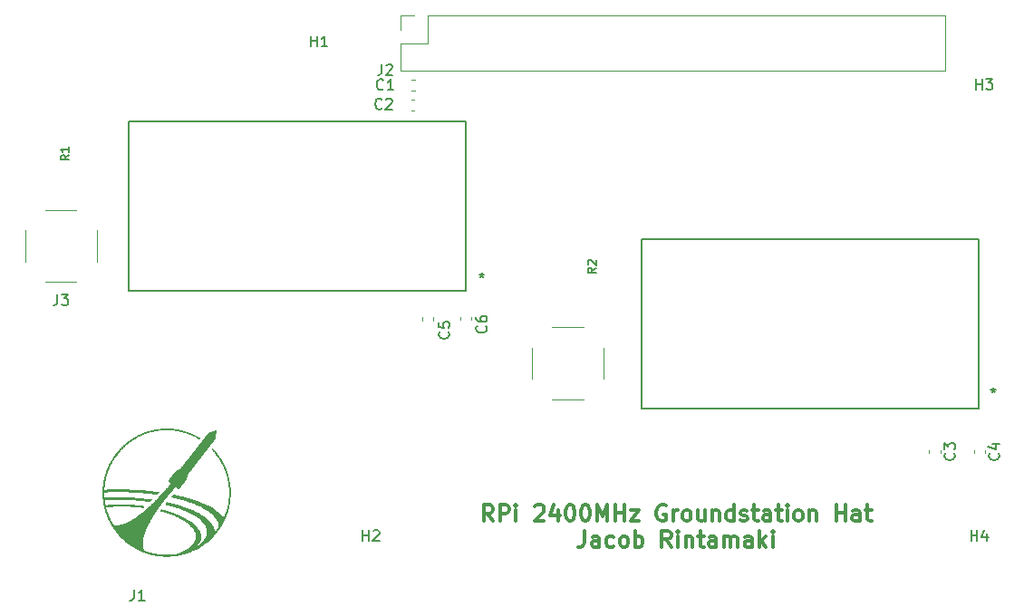
<source format=gto>
%TF.GenerationSoftware,KiCad,Pcbnew,7.0.8*%
%TF.CreationDate,2024-02-17T17:20:01-08:00*%
%TF.ProjectId,Groundstation_Hat,47726f75-6e64-4737-9461-74696f6e5f48,rev?*%
%TF.SameCoordinates,Original*%
%TF.FileFunction,Legend,Top*%
%TF.FilePolarity,Positive*%
%FSLAX46Y46*%
G04 Gerber Fmt 4.6, Leading zero omitted, Abs format (unit mm)*
G04 Created by KiCad (PCBNEW 7.0.8) date 2024-02-17 17:20:01*
%MOMM*%
%LPD*%
G01*
G04 APERTURE LIST*
%ADD10C,0.300000*%
%ADD11C,0.150000*%
%ADD12C,0.154432*%
%ADD13C,0.120000*%
%ADD14C,0.127000*%
G04 APERTURE END LIST*
D10*
X180469142Y-124893828D02*
X179969142Y-124179542D01*
X179611999Y-124893828D02*
X179611999Y-123393828D01*
X179611999Y-123393828D02*
X180183428Y-123393828D01*
X180183428Y-123393828D02*
X180326285Y-123465257D01*
X180326285Y-123465257D02*
X180397714Y-123536685D01*
X180397714Y-123536685D02*
X180469142Y-123679542D01*
X180469142Y-123679542D02*
X180469142Y-123893828D01*
X180469142Y-123893828D02*
X180397714Y-124036685D01*
X180397714Y-124036685D02*
X180326285Y-124108114D01*
X180326285Y-124108114D02*
X180183428Y-124179542D01*
X180183428Y-124179542D02*
X179611999Y-124179542D01*
X181111999Y-124893828D02*
X181111999Y-123393828D01*
X181111999Y-123393828D02*
X181683428Y-123393828D01*
X181683428Y-123393828D02*
X181826285Y-123465257D01*
X181826285Y-123465257D02*
X181897714Y-123536685D01*
X181897714Y-123536685D02*
X181969142Y-123679542D01*
X181969142Y-123679542D02*
X181969142Y-123893828D01*
X181969142Y-123893828D02*
X181897714Y-124036685D01*
X181897714Y-124036685D02*
X181826285Y-124108114D01*
X181826285Y-124108114D02*
X181683428Y-124179542D01*
X181683428Y-124179542D02*
X181111999Y-124179542D01*
X182611999Y-124893828D02*
X182611999Y-123893828D01*
X182611999Y-123393828D02*
X182540571Y-123465257D01*
X182540571Y-123465257D02*
X182611999Y-123536685D01*
X182611999Y-123536685D02*
X182683428Y-123465257D01*
X182683428Y-123465257D02*
X182611999Y-123393828D01*
X182611999Y-123393828D02*
X182611999Y-123536685D01*
X184397714Y-123536685D02*
X184469142Y-123465257D01*
X184469142Y-123465257D02*
X184612000Y-123393828D01*
X184612000Y-123393828D02*
X184969142Y-123393828D01*
X184969142Y-123393828D02*
X185112000Y-123465257D01*
X185112000Y-123465257D02*
X185183428Y-123536685D01*
X185183428Y-123536685D02*
X185254857Y-123679542D01*
X185254857Y-123679542D02*
X185254857Y-123822400D01*
X185254857Y-123822400D02*
X185183428Y-124036685D01*
X185183428Y-124036685D02*
X184326285Y-124893828D01*
X184326285Y-124893828D02*
X185254857Y-124893828D01*
X186540571Y-123893828D02*
X186540571Y-124893828D01*
X186183428Y-123322400D02*
X185826285Y-124393828D01*
X185826285Y-124393828D02*
X186754856Y-124393828D01*
X187611999Y-123393828D02*
X187754856Y-123393828D01*
X187754856Y-123393828D02*
X187897713Y-123465257D01*
X187897713Y-123465257D02*
X187969142Y-123536685D01*
X187969142Y-123536685D02*
X188040570Y-123679542D01*
X188040570Y-123679542D02*
X188111999Y-123965257D01*
X188111999Y-123965257D02*
X188111999Y-124322400D01*
X188111999Y-124322400D02*
X188040570Y-124608114D01*
X188040570Y-124608114D02*
X187969142Y-124750971D01*
X187969142Y-124750971D02*
X187897713Y-124822400D01*
X187897713Y-124822400D02*
X187754856Y-124893828D01*
X187754856Y-124893828D02*
X187611999Y-124893828D01*
X187611999Y-124893828D02*
X187469142Y-124822400D01*
X187469142Y-124822400D02*
X187397713Y-124750971D01*
X187397713Y-124750971D02*
X187326284Y-124608114D01*
X187326284Y-124608114D02*
X187254856Y-124322400D01*
X187254856Y-124322400D02*
X187254856Y-123965257D01*
X187254856Y-123965257D02*
X187326284Y-123679542D01*
X187326284Y-123679542D02*
X187397713Y-123536685D01*
X187397713Y-123536685D02*
X187469142Y-123465257D01*
X187469142Y-123465257D02*
X187611999Y-123393828D01*
X189040570Y-123393828D02*
X189183427Y-123393828D01*
X189183427Y-123393828D02*
X189326284Y-123465257D01*
X189326284Y-123465257D02*
X189397713Y-123536685D01*
X189397713Y-123536685D02*
X189469141Y-123679542D01*
X189469141Y-123679542D02*
X189540570Y-123965257D01*
X189540570Y-123965257D02*
X189540570Y-124322400D01*
X189540570Y-124322400D02*
X189469141Y-124608114D01*
X189469141Y-124608114D02*
X189397713Y-124750971D01*
X189397713Y-124750971D02*
X189326284Y-124822400D01*
X189326284Y-124822400D02*
X189183427Y-124893828D01*
X189183427Y-124893828D02*
X189040570Y-124893828D01*
X189040570Y-124893828D02*
X188897713Y-124822400D01*
X188897713Y-124822400D02*
X188826284Y-124750971D01*
X188826284Y-124750971D02*
X188754855Y-124608114D01*
X188754855Y-124608114D02*
X188683427Y-124322400D01*
X188683427Y-124322400D02*
X188683427Y-123965257D01*
X188683427Y-123965257D02*
X188754855Y-123679542D01*
X188754855Y-123679542D02*
X188826284Y-123536685D01*
X188826284Y-123536685D02*
X188897713Y-123465257D01*
X188897713Y-123465257D02*
X189040570Y-123393828D01*
X190183426Y-124893828D02*
X190183426Y-123393828D01*
X190183426Y-123393828D02*
X190683426Y-124465257D01*
X190683426Y-124465257D02*
X191183426Y-123393828D01*
X191183426Y-123393828D02*
X191183426Y-124893828D01*
X191897712Y-124893828D02*
X191897712Y-123393828D01*
X191897712Y-124108114D02*
X192754855Y-124108114D01*
X192754855Y-124893828D02*
X192754855Y-123393828D01*
X193326284Y-123893828D02*
X194111999Y-123893828D01*
X194111999Y-123893828D02*
X193326284Y-124893828D01*
X193326284Y-124893828D02*
X194111999Y-124893828D01*
X196611999Y-123465257D02*
X196469142Y-123393828D01*
X196469142Y-123393828D02*
X196254856Y-123393828D01*
X196254856Y-123393828D02*
X196040570Y-123465257D01*
X196040570Y-123465257D02*
X195897713Y-123608114D01*
X195897713Y-123608114D02*
X195826284Y-123750971D01*
X195826284Y-123750971D02*
X195754856Y-124036685D01*
X195754856Y-124036685D02*
X195754856Y-124250971D01*
X195754856Y-124250971D02*
X195826284Y-124536685D01*
X195826284Y-124536685D02*
X195897713Y-124679542D01*
X195897713Y-124679542D02*
X196040570Y-124822400D01*
X196040570Y-124822400D02*
X196254856Y-124893828D01*
X196254856Y-124893828D02*
X196397713Y-124893828D01*
X196397713Y-124893828D02*
X196611999Y-124822400D01*
X196611999Y-124822400D02*
X196683427Y-124750971D01*
X196683427Y-124750971D02*
X196683427Y-124250971D01*
X196683427Y-124250971D02*
X196397713Y-124250971D01*
X197326284Y-124893828D02*
X197326284Y-123893828D01*
X197326284Y-124179542D02*
X197397713Y-124036685D01*
X197397713Y-124036685D02*
X197469142Y-123965257D01*
X197469142Y-123965257D02*
X197611999Y-123893828D01*
X197611999Y-123893828D02*
X197754856Y-123893828D01*
X198469141Y-124893828D02*
X198326284Y-124822400D01*
X198326284Y-124822400D02*
X198254855Y-124750971D01*
X198254855Y-124750971D02*
X198183427Y-124608114D01*
X198183427Y-124608114D02*
X198183427Y-124179542D01*
X198183427Y-124179542D02*
X198254855Y-124036685D01*
X198254855Y-124036685D02*
X198326284Y-123965257D01*
X198326284Y-123965257D02*
X198469141Y-123893828D01*
X198469141Y-123893828D02*
X198683427Y-123893828D01*
X198683427Y-123893828D02*
X198826284Y-123965257D01*
X198826284Y-123965257D02*
X198897713Y-124036685D01*
X198897713Y-124036685D02*
X198969141Y-124179542D01*
X198969141Y-124179542D02*
X198969141Y-124608114D01*
X198969141Y-124608114D02*
X198897713Y-124750971D01*
X198897713Y-124750971D02*
X198826284Y-124822400D01*
X198826284Y-124822400D02*
X198683427Y-124893828D01*
X198683427Y-124893828D02*
X198469141Y-124893828D01*
X200254856Y-123893828D02*
X200254856Y-124893828D01*
X199611998Y-123893828D02*
X199611998Y-124679542D01*
X199611998Y-124679542D02*
X199683427Y-124822400D01*
X199683427Y-124822400D02*
X199826284Y-124893828D01*
X199826284Y-124893828D02*
X200040570Y-124893828D01*
X200040570Y-124893828D02*
X200183427Y-124822400D01*
X200183427Y-124822400D02*
X200254856Y-124750971D01*
X200969141Y-123893828D02*
X200969141Y-124893828D01*
X200969141Y-124036685D02*
X201040570Y-123965257D01*
X201040570Y-123965257D02*
X201183427Y-123893828D01*
X201183427Y-123893828D02*
X201397713Y-123893828D01*
X201397713Y-123893828D02*
X201540570Y-123965257D01*
X201540570Y-123965257D02*
X201611999Y-124108114D01*
X201611999Y-124108114D02*
X201611999Y-124893828D01*
X202969142Y-124893828D02*
X202969142Y-123393828D01*
X202969142Y-124822400D02*
X202826284Y-124893828D01*
X202826284Y-124893828D02*
X202540570Y-124893828D01*
X202540570Y-124893828D02*
X202397713Y-124822400D01*
X202397713Y-124822400D02*
X202326284Y-124750971D01*
X202326284Y-124750971D02*
X202254856Y-124608114D01*
X202254856Y-124608114D02*
X202254856Y-124179542D01*
X202254856Y-124179542D02*
X202326284Y-124036685D01*
X202326284Y-124036685D02*
X202397713Y-123965257D01*
X202397713Y-123965257D02*
X202540570Y-123893828D01*
X202540570Y-123893828D02*
X202826284Y-123893828D01*
X202826284Y-123893828D02*
X202969142Y-123965257D01*
X203611999Y-124822400D02*
X203754856Y-124893828D01*
X203754856Y-124893828D02*
X204040570Y-124893828D01*
X204040570Y-124893828D02*
X204183427Y-124822400D01*
X204183427Y-124822400D02*
X204254856Y-124679542D01*
X204254856Y-124679542D02*
X204254856Y-124608114D01*
X204254856Y-124608114D02*
X204183427Y-124465257D01*
X204183427Y-124465257D02*
X204040570Y-124393828D01*
X204040570Y-124393828D02*
X203826285Y-124393828D01*
X203826285Y-124393828D02*
X203683427Y-124322400D01*
X203683427Y-124322400D02*
X203611999Y-124179542D01*
X203611999Y-124179542D02*
X203611999Y-124108114D01*
X203611999Y-124108114D02*
X203683427Y-123965257D01*
X203683427Y-123965257D02*
X203826285Y-123893828D01*
X203826285Y-123893828D02*
X204040570Y-123893828D01*
X204040570Y-123893828D02*
X204183427Y-123965257D01*
X204683428Y-123893828D02*
X205254856Y-123893828D01*
X204897713Y-123393828D02*
X204897713Y-124679542D01*
X204897713Y-124679542D02*
X204969142Y-124822400D01*
X204969142Y-124822400D02*
X205111999Y-124893828D01*
X205111999Y-124893828D02*
X205254856Y-124893828D01*
X206397714Y-124893828D02*
X206397714Y-124108114D01*
X206397714Y-124108114D02*
X206326285Y-123965257D01*
X206326285Y-123965257D02*
X206183428Y-123893828D01*
X206183428Y-123893828D02*
X205897714Y-123893828D01*
X205897714Y-123893828D02*
X205754856Y-123965257D01*
X206397714Y-124822400D02*
X206254856Y-124893828D01*
X206254856Y-124893828D02*
X205897714Y-124893828D01*
X205897714Y-124893828D02*
X205754856Y-124822400D01*
X205754856Y-124822400D02*
X205683428Y-124679542D01*
X205683428Y-124679542D02*
X205683428Y-124536685D01*
X205683428Y-124536685D02*
X205754856Y-124393828D01*
X205754856Y-124393828D02*
X205897714Y-124322400D01*
X205897714Y-124322400D02*
X206254856Y-124322400D01*
X206254856Y-124322400D02*
X206397714Y-124250971D01*
X206897714Y-123893828D02*
X207469142Y-123893828D01*
X207111999Y-123393828D02*
X207111999Y-124679542D01*
X207111999Y-124679542D02*
X207183428Y-124822400D01*
X207183428Y-124822400D02*
X207326285Y-124893828D01*
X207326285Y-124893828D02*
X207469142Y-124893828D01*
X207969142Y-124893828D02*
X207969142Y-123893828D01*
X207969142Y-123393828D02*
X207897714Y-123465257D01*
X207897714Y-123465257D02*
X207969142Y-123536685D01*
X207969142Y-123536685D02*
X208040571Y-123465257D01*
X208040571Y-123465257D02*
X207969142Y-123393828D01*
X207969142Y-123393828D02*
X207969142Y-123536685D01*
X208897714Y-124893828D02*
X208754857Y-124822400D01*
X208754857Y-124822400D02*
X208683428Y-124750971D01*
X208683428Y-124750971D02*
X208612000Y-124608114D01*
X208612000Y-124608114D02*
X208612000Y-124179542D01*
X208612000Y-124179542D02*
X208683428Y-124036685D01*
X208683428Y-124036685D02*
X208754857Y-123965257D01*
X208754857Y-123965257D02*
X208897714Y-123893828D01*
X208897714Y-123893828D02*
X209112000Y-123893828D01*
X209112000Y-123893828D02*
X209254857Y-123965257D01*
X209254857Y-123965257D02*
X209326286Y-124036685D01*
X209326286Y-124036685D02*
X209397714Y-124179542D01*
X209397714Y-124179542D02*
X209397714Y-124608114D01*
X209397714Y-124608114D02*
X209326286Y-124750971D01*
X209326286Y-124750971D02*
X209254857Y-124822400D01*
X209254857Y-124822400D02*
X209112000Y-124893828D01*
X209112000Y-124893828D02*
X208897714Y-124893828D01*
X210040571Y-123893828D02*
X210040571Y-124893828D01*
X210040571Y-124036685D02*
X210112000Y-123965257D01*
X210112000Y-123965257D02*
X210254857Y-123893828D01*
X210254857Y-123893828D02*
X210469143Y-123893828D01*
X210469143Y-123893828D02*
X210612000Y-123965257D01*
X210612000Y-123965257D02*
X210683429Y-124108114D01*
X210683429Y-124108114D02*
X210683429Y-124893828D01*
X212540571Y-124893828D02*
X212540571Y-123393828D01*
X212540571Y-124108114D02*
X213397714Y-124108114D01*
X213397714Y-124893828D02*
X213397714Y-123393828D01*
X214754858Y-124893828D02*
X214754858Y-124108114D01*
X214754858Y-124108114D02*
X214683429Y-123965257D01*
X214683429Y-123965257D02*
X214540572Y-123893828D01*
X214540572Y-123893828D02*
X214254858Y-123893828D01*
X214254858Y-123893828D02*
X214112000Y-123965257D01*
X214754858Y-124822400D02*
X214612000Y-124893828D01*
X214612000Y-124893828D02*
X214254858Y-124893828D01*
X214254858Y-124893828D02*
X214112000Y-124822400D01*
X214112000Y-124822400D02*
X214040572Y-124679542D01*
X214040572Y-124679542D02*
X214040572Y-124536685D01*
X214040572Y-124536685D02*
X214112000Y-124393828D01*
X214112000Y-124393828D02*
X214254858Y-124322400D01*
X214254858Y-124322400D02*
X214612000Y-124322400D01*
X214612000Y-124322400D02*
X214754858Y-124250971D01*
X215254858Y-123893828D02*
X215826286Y-123893828D01*
X215469143Y-123393828D02*
X215469143Y-124679542D01*
X215469143Y-124679542D02*
X215540572Y-124822400D01*
X215540572Y-124822400D02*
X215683429Y-124893828D01*
X215683429Y-124893828D02*
X215826286Y-124893828D01*
X189040571Y-125808828D02*
X189040571Y-126880257D01*
X189040571Y-126880257D02*
X188969142Y-127094542D01*
X188969142Y-127094542D02*
X188826285Y-127237400D01*
X188826285Y-127237400D02*
X188611999Y-127308828D01*
X188611999Y-127308828D02*
X188469142Y-127308828D01*
X190397714Y-127308828D02*
X190397714Y-126523114D01*
X190397714Y-126523114D02*
X190326285Y-126380257D01*
X190326285Y-126380257D02*
X190183428Y-126308828D01*
X190183428Y-126308828D02*
X189897714Y-126308828D01*
X189897714Y-126308828D02*
X189754856Y-126380257D01*
X190397714Y-127237400D02*
X190254856Y-127308828D01*
X190254856Y-127308828D02*
X189897714Y-127308828D01*
X189897714Y-127308828D02*
X189754856Y-127237400D01*
X189754856Y-127237400D02*
X189683428Y-127094542D01*
X189683428Y-127094542D02*
X189683428Y-126951685D01*
X189683428Y-126951685D02*
X189754856Y-126808828D01*
X189754856Y-126808828D02*
X189897714Y-126737400D01*
X189897714Y-126737400D02*
X190254856Y-126737400D01*
X190254856Y-126737400D02*
X190397714Y-126665971D01*
X191754857Y-127237400D02*
X191611999Y-127308828D01*
X191611999Y-127308828D02*
X191326285Y-127308828D01*
X191326285Y-127308828D02*
X191183428Y-127237400D01*
X191183428Y-127237400D02*
X191111999Y-127165971D01*
X191111999Y-127165971D02*
X191040571Y-127023114D01*
X191040571Y-127023114D02*
X191040571Y-126594542D01*
X191040571Y-126594542D02*
X191111999Y-126451685D01*
X191111999Y-126451685D02*
X191183428Y-126380257D01*
X191183428Y-126380257D02*
X191326285Y-126308828D01*
X191326285Y-126308828D02*
X191611999Y-126308828D01*
X191611999Y-126308828D02*
X191754857Y-126380257D01*
X192611999Y-127308828D02*
X192469142Y-127237400D01*
X192469142Y-127237400D02*
X192397713Y-127165971D01*
X192397713Y-127165971D02*
X192326285Y-127023114D01*
X192326285Y-127023114D02*
X192326285Y-126594542D01*
X192326285Y-126594542D02*
X192397713Y-126451685D01*
X192397713Y-126451685D02*
X192469142Y-126380257D01*
X192469142Y-126380257D02*
X192611999Y-126308828D01*
X192611999Y-126308828D02*
X192826285Y-126308828D01*
X192826285Y-126308828D02*
X192969142Y-126380257D01*
X192969142Y-126380257D02*
X193040571Y-126451685D01*
X193040571Y-126451685D02*
X193111999Y-126594542D01*
X193111999Y-126594542D02*
X193111999Y-127023114D01*
X193111999Y-127023114D02*
X193040571Y-127165971D01*
X193040571Y-127165971D02*
X192969142Y-127237400D01*
X192969142Y-127237400D02*
X192826285Y-127308828D01*
X192826285Y-127308828D02*
X192611999Y-127308828D01*
X193754856Y-127308828D02*
X193754856Y-125808828D01*
X193754856Y-126380257D02*
X193897714Y-126308828D01*
X193897714Y-126308828D02*
X194183428Y-126308828D01*
X194183428Y-126308828D02*
X194326285Y-126380257D01*
X194326285Y-126380257D02*
X194397714Y-126451685D01*
X194397714Y-126451685D02*
X194469142Y-126594542D01*
X194469142Y-126594542D02*
X194469142Y-127023114D01*
X194469142Y-127023114D02*
X194397714Y-127165971D01*
X194397714Y-127165971D02*
X194326285Y-127237400D01*
X194326285Y-127237400D02*
X194183428Y-127308828D01*
X194183428Y-127308828D02*
X193897714Y-127308828D01*
X193897714Y-127308828D02*
X193754856Y-127237400D01*
X197111999Y-127308828D02*
X196611999Y-126594542D01*
X196254856Y-127308828D02*
X196254856Y-125808828D01*
X196254856Y-125808828D02*
X196826285Y-125808828D01*
X196826285Y-125808828D02*
X196969142Y-125880257D01*
X196969142Y-125880257D02*
X197040571Y-125951685D01*
X197040571Y-125951685D02*
X197111999Y-126094542D01*
X197111999Y-126094542D02*
X197111999Y-126308828D01*
X197111999Y-126308828D02*
X197040571Y-126451685D01*
X197040571Y-126451685D02*
X196969142Y-126523114D01*
X196969142Y-126523114D02*
X196826285Y-126594542D01*
X196826285Y-126594542D02*
X196254856Y-126594542D01*
X197754856Y-127308828D02*
X197754856Y-126308828D01*
X197754856Y-125808828D02*
X197683428Y-125880257D01*
X197683428Y-125880257D02*
X197754856Y-125951685D01*
X197754856Y-125951685D02*
X197826285Y-125880257D01*
X197826285Y-125880257D02*
X197754856Y-125808828D01*
X197754856Y-125808828D02*
X197754856Y-125951685D01*
X198469142Y-126308828D02*
X198469142Y-127308828D01*
X198469142Y-126451685D02*
X198540571Y-126380257D01*
X198540571Y-126380257D02*
X198683428Y-126308828D01*
X198683428Y-126308828D02*
X198897714Y-126308828D01*
X198897714Y-126308828D02*
X199040571Y-126380257D01*
X199040571Y-126380257D02*
X199112000Y-126523114D01*
X199112000Y-126523114D02*
X199112000Y-127308828D01*
X199612000Y-126308828D02*
X200183428Y-126308828D01*
X199826285Y-125808828D02*
X199826285Y-127094542D01*
X199826285Y-127094542D02*
X199897714Y-127237400D01*
X199897714Y-127237400D02*
X200040571Y-127308828D01*
X200040571Y-127308828D02*
X200183428Y-127308828D01*
X201326286Y-127308828D02*
X201326286Y-126523114D01*
X201326286Y-126523114D02*
X201254857Y-126380257D01*
X201254857Y-126380257D02*
X201112000Y-126308828D01*
X201112000Y-126308828D02*
X200826286Y-126308828D01*
X200826286Y-126308828D02*
X200683428Y-126380257D01*
X201326286Y-127237400D02*
X201183428Y-127308828D01*
X201183428Y-127308828D02*
X200826286Y-127308828D01*
X200826286Y-127308828D02*
X200683428Y-127237400D01*
X200683428Y-127237400D02*
X200612000Y-127094542D01*
X200612000Y-127094542D02*
X200612000Y-126951685D01*
X200612000Y-126951685D02*
X200683428Y-126808828D01*
X200683428Y-126808828D02*
X200826286Y-126737400D01*
X200826286Y-126737400D02*
X201183428Y-126737400D01*
X201183428Y-126737400D02*
X201326286Y-126665971D01*
X202040571Y-127308828D02*
X202040571Y-126308828D01*
X202040571Y-126451685D02*
X202112000Y-126380257D01*
X202112000Y-126380257D02*
X202254857Y-126308828D01*
X202254857Y-126308828D02*
X202469143Y-126308828D01*
X202469143Y-126308828D02*
X202612000Y-126380257D01*
X202612000Y-126380257D02*
X202683429Y-126523114D01*
X202683429Y-126523114D02*
X202683429Y-127308828D01*
X202683429Y-126523114D02*
X202754857Y-126380257D01*
X202754857Y-126380257D02*
X202897714Y-126308828D01*
X202897714Y-126308828D02*
X203112000Y-126308828D01*
X203112000Y-126308828D02*
X203254857Y-126380257D01*
X203254857Y-126380257D02*
X203326286Y-126523114D01*
X203326286Y-126523114D02*
X203326286Y-127308828D01*
X204683429Y-127308828D02*
X204683429Y-126523114D01*
X204683429Y-126523114D02*
X204612000Y-126380257D01*
X204612000Y-126380257D02*
X204469143Y-126308828D01*
X204469143Y-126308828D02*
X204183429Y-126308828D01*
X204183429Y-126308828D02*
X204040571Y-126380257D01*
X204683429Y-127237400D02*
X204540571Y-127308828D01*
X204540571Y-127308828D02*
X204183429Y-127308828D01*
X204183429Y-127308828D02*
X204040571Y-127237400D01*
X204040571Y-127237400D02*
X203969143Y-127094542D01*
X203969143Y-127094542D02*
X203969143Y-126951685D01*
X203969143Y-126951685D02*
X204040571Y-126808828D01*
X204040571Y-126808828D02*
X204183429Y-126737400D01*
X204183429Y-126737400D02*
X204540571Y-126737400D01*
X204540571Y-126737400D02*
X204683429Y-126665971D01*
X205397714Y-127308828D02*
X205397714Y-125808828D01*
X205540572Y-126737400D02*
X205969143Y-127308828D01*
X205969143Y-126308828D02*
X205397714Y-126880257D01*
X206612000Y-127308828D02*
X206612000Y-126308828D01*
X206612000Y-125808828D02*
X206540572Y-125880257D01*
X206540572Y-125880257D02*
X206612000Y-125951685D01*
X206612000Y-125951685D02*
X206683429Y-125880257D01*
X206683429Y-125880257D02*
X206612000Y-125808828D01*
X206612000Y-125808828D02*
X206612000Y-125951685D01*
D11*
X170066666Y-82204819D02*
X170066666Y-82919104D01*
X170066666Y-82919104D02*
X170019047Y-83061961D01*
X170019047Y-83061961D02*
X169923809Y-83157200D01*
X169923809Y-83157200D02*
X169780952Y-83204819D01*
X169780952Y-83204819D02*
X169685714Y-83204819D01*
X170495238Y-82300057D02*
X170542857Y-82252438D01*
X170542857Y-82252438D02*
X170638095Y-82204819D01*
X170638095Y-82204819D02*
X170876190Y-82204819D01*
X170876190Y-82204819D02*
X170971428Y-82252438D01*
X170971428Y-82252438D02*
X171019047Y-82300057D01*
X171019047Y-82300057D02*
X171066666Y-82395295D01*
X171066666Y-82395295D02*
X171066666Y-82490533D01*
X171066666Y-82490533D02*
X171019047Y-82633390D01*
X171019047Y-82633390D02*
X170447619Y-83204819D01*
X170447619Y-83204819D02*
X171066666Y-83204819D01*
X139776666Y-103714819D02*
X139776666Y-104429104D01*
X139776666Y-104429104D02*
X139729047Y-104571961D01*
X139729047Y-104571961D02*
X139633809Y-104667200D01*
X139633809Y-104667200D02*
X139490952Y-104714819D01*
X139490952Y-104714819D02*
X139395714Y-104714819D01*
X140157619Y-103714819D02*
X140776666Y-103714819D01*
X140776666Y-103714819D02*
X140443333Y-104095771D01*
X140443333Y-104095771D02*
X140586190Y-104095771D01*
X140586190Y-104095771D02*
X140681428Y-104143390D01*
X140681428Y-104143390D02*
X140729047Y-104191009D01*
X140729047Y-104191009D02*
X140776666Y-104286247D01*
X140776666Y-104286247D02*
X140776666Y-104524342D01*
X140776666Y-104524342D02*
X140729047Y-104619580D01*
X140729047Y-104619580D02*
X140681428Y-104667200D01*
X140681428Y-104667200D02*
X140586190Y-104714819D01*
X140586190Y-104714819D02*
X140300476Y-104714819D01*
X140300476Y-104714819D02*
X140205238Y-104667200D01*
X140205238Y-104667200D02*
X140157619Y-104619580D01*
D12*
X140847471Y-90684068D02*
X140479776Y-90941454D01*
X140847471Y-91125302D02*
X140075311Y-91125302D01*
X140075311Y-91125302D02*
X140075311Y-90831146D01*
X140075311Y-90831146D02*
X140112081Y-90757607D01*
X140112081Y-90757607D02*
X140148850Y-90720837D01*
X140148850Y-90720837D02*
X140222389Y-90684068D01*
X140222389Y-90684068D02*
X140332698Y-90684068D01*
X140332698Y-90684068D02*
X140406237Y-90720837D01*
X140406237Y-90720837D02*
X140443006Y-90757607D01*
X140443006Y-90757607D02*
X140479776Y-90831146D01*
X140479776Y-90831146D02*
X140479776Y-91125302D01*
X140847471Y-89948677D02*
X140847471Y-90389911D01*
X140847471Y-90169294D02*
X140075311Y-90169294D01*
X140075311Y-90169294D02*
X140185620Y-90242833D01*
X140185620Y-90242833D02*
X140259159Y-90316372D01*
X140259159Y-90316372D02*
X140295928Y-90389911D01*
D11*
X225138095Y-126754819D02*
X225138095Y-125754819D01*
X225138095Y-126231009D02*
X225709523Y-126231009D01*
X225709523Y-126754819D02*
X225709523Y-125754819D01*
X226614285Y-126088152D02*
X226614285Y-126754819D01*
X226376190Y-125707200D02*
X226138095Y-126421485D01*
X226138095Y-126421485D02*
X226757142Y-126421485D01*
X223539580Y-118566666D02*
X223587200Y-118614285D01*
X223587200Y-118614285D02*
X223634819Y-118757142D01*
X223634819Y-118757142D02*
X223634819Y-118852380D01*
X223634819Y-118852380D02*
X223587200Y-118995237D01*
X223587200Y-118995237D02*
X223491961Y-119090475D01*
X223491961Y-119090475D02*
X223396723Y-119138094D01*
X223396723Y-119138094D02*
X223206247Y-119185713D01*
X223206247Y-119185713D02*
X223063390Y-119185713D01*
X223063390Y-119185713D02*
X222872914Y-119138094D01*
X222872914Y-119138094D02*
X222777676Y-119090475D01*
X222777676Y-119090475D02*
X222682438Y-118995237D01*
X222682438Y-118995237D02*
X222634819Y-118852380D01*
X222634819Y-118852380D02*
X222634819Y-118757142D01*
X222634819Y-118757142D02*
X222682438Y-118614285D01*
X222682438Y-118614285D02*
X222730057Y-118566666D01*
X222634819Y-118233332D02*
X222634819Y-117614285D01*
X222634819Y-117614285D02*
X223015771Y-117947618D01*
X223015771Y-117947618D02*
X223015771Y-117804761D01*
X223015771Y-117804761D02*
X223063390Y-117709523D01*
X223063390Y-117709523D02*
X223111009Y-117661904D01*
X223111009Y-117661904D02*
X223206247Y-117614285D01*
X223206247Y-117614285D02*
X223444342Y-117614285D01*
X223444342Y-117614285D02*
X223539580Y-117661904D01*
X223539580Y-117661904D02*
X223587200Y-117709523D01*
X223587200Y-117709523D02*
X223634819Y-117804761D01*
X223634819Y-117804761D02*
X223634819Y-118090475D01*
X223634819Y-118090475D02*
X223587200Y-118185713D01*
X223587200Y-118185713D02*
X223539580Y-118233332D01*
X170233333Y-84509580D02*
X170185714Y-84557200D01*
X170185714Y-84557200D02*
X170042857Y-84604819D01*
X170042857Y-84604819D02*
X169947619Y-84604819D01*
X169947619Y-84604819D02*
X169804762Y-84557200D01*
X169804762Y-84557200D02*
X169709524Y-84461961D01*
X169709524Y-84461961D02*
X169661905Y-84366723D01*
X169661905Y-84366723D02*
X169614286Y-84176247D01*
X169614286Y-84176247D02*
X169614286Y-84033390D01*
X169614286Y-84033390D02*
X169661905Y-83842914D01*
X169661905Y-83842914D02*
X169709524Y-83747676D01*
X169709524Y-83747676D02*
X169804762Y-83652438D01*
X169804762Y-83652438D02*
X169947619Y-83604819D01*
X169947619Y-83604819D02*
X170042857Y-83604819D01*
X170042857Y-83604819D02*
X170185714Y-83652438D01*
X170185714Y-83652438D02*
X170233333Y-83700057D01*
X171185714Y-84604819D02*
X170614286Y-84604819D01*
X170900000Y-84604819D02*
X170900000Y-83604819D01*
X170900000Y-83604819D02*
X170804762Y-83747676D01*
X170804762Y-83747676D02*
X170709524Y-83842914D01*
X170709524Y-83842914D02*
X170614286Y-83890533D01*
X179809580Y-106666666D02*
X179857200Y-106714285D01*
X179857200Y-106714285D02*
X179904819Y-106857142D01*
X179904819Y-106857142D02*
X179904819Y-106952380D01*
X179904819Y-106952380D02*
X179857200Y-107095237D01*
X179857200Y-107095237D02*
X179761961Y-107190475D01*
X179761961Y-107190475D02*
X179666723Y-107238094D01*
X179666723Y-107238094D02*
X179476247Y-107285713D01*
X179476247Y-107285713D02*
X179333390Y-107285713D01*
X179333390Y-107285713D02*
X179142914Y-107238094D01*
X179142914Y-107238094D02*
X179047676Y-107190475D01*
X179047676Y-107190475D02*
X178952438Y-107095237D01*
X178952438Y-107095237D02*
X178904819Y-106952380D01*
X178904819Y-106952380D02*
X178904819Y-106857142D01*
X178904819Y-106857142D02*
X178952438Y-106714285D01*
X178952438Y-106714285D02*
X179000057Y-106666666D01*
X178904819Y-105809523D02*
X178904819Y-105999999D01*
X178904819Y-105999999D02*
X178952438Y-106095237D01*
X178952438Y-106095237D02*
X179000057Y-106142856D01*
X179000057Y-106142856D02*
X179142914Y-106238094D01*
X179142914Y-106238094D02*
X179333390Y-106285713D01*
X179333390Y-106285713D02*
X179714342Y-106285713D01*
X179714342Y-106285713D02*
X179809580Y-106238094D01*
X179809580Y-106238094D02*
X179857200Y-106190475D01*
X179857200Y-106190475D02*
X179904819Y-106095237D01*
X179904819Y-106095237D02*
X179904819Y-105904761D01*
X179904819Y-105904761D02*
X179857200Y-105809523D01*
X179857200Y-105809523D02*
X179809580Y-105761904D01*
X179809580Y-105761904D02*
X179714342Y-105714285D01*
X179714342Y-105714285D02*
X179476247Y-105714285D01*
X179476247Y-105714285D02*
X179381009Y-105761904D01*
X179381009Y-105761904D02*
X179333390Y-105809523D01*
X179333390Y-105809523D02*
X179285771Y-105904761D01*
X179285771Y-105904761D02*
X179285771Y-106095237D01*
X179285771Y-106095237D02*
X179333390Y-106190475D01*
X179333390Y-106190475D02*
X179381009Y-106238094D01*
X179381009Y-106238094D02*
X179476247Y-106285713D01*
X225588095Y-84554819D02*
X225588095Y-83554819D01*
X225588095Y-84031009D02*
X226159523Y-84031009D01*
X226159523Y-84554819D02*
X226159523Y-83554819D01*
X226540476Y-83554819D02*
X227159523Y-83554819D01*
X227159523Y-83554819D02*
X226826190Y-83935771D01*
X226826190Y-83935771D02*
X226969047Y-83935771D01*
X226969047Y-83935771D02*
X227064285Y-83983390D01*
X227064285Y-83983390D02*
X227111904Y-84031009D01*
X227111904Y-84031009D02*
X227159523Y-84126247D01*
X227159523Y-84126247D02*
X227159523Y-84364342D01*
X227159523Y-84364342D02*
X227111904Y-84459580D01*
X227111904Y-84459580D02*
X227064285Y-84507200D01*
X227064285Y-84507200D02*
X226969047Y-84554819D01*
X226969047Y-84554819D02*
X226683333Y-84554819D01*
X226683333Y-84554819D02*
X226588095Y-84507200D01*
X226588095Y-84507200D02*
X226540476Y-84459580D01*
X176309580Y-107216666D02*
X176357200Y-107264285D01*
X176357200Y-107264285D02*
X176404819Y-107407142D01*
X176404819Y-107407142D02*
X176404819Y-107502380D01*
X176404819Y-107502380D02*
X176357200Y-107645237D01*
X176357200Y-107645237D02*
X176261961Y-107740475D01*
X176261961Y-107740475D02*
X176166723Y-107788094D01*
X176166723Y-107788094D02*
X175976247Y-107835713D01*
X175976247Y-107835713D02*
X175833390Y-107835713D01*
X175833390Y-107835713D02*
X175642914Y-107788094D01*
X175642914Y-107788094D02*
X175547676Y-107740475D01*
X175547676Y-107740475D02*
X175452438Y-107645237D01*
X175452438Y-107645237D02*
X175404819Y-107502380D01*
X175404819Y-107502380D02*
X175404819Y-107407142D01*
X175404819Y-107407142D02*
X175452438Y-107264285D01*
X175452438Y-107264285D02*
X175500057Y-107216666D01*
X175404819Y-106311904D02*
X175404819Y-106788094D01*
X175404819Y-106788094D02*
X175881009Y-106835713D01*
X175881009Y-106835713D02*
X175833390Y-106788094D01*
X175833390Y-106788094D02*
X175785771Y-106692856D01*
X175785771Y-106692856D02*
X175785771Y-106454761D01*
X175785771Y-106454761D02*
X175833390Y-106359523D01*
X175833390Y-106359523D02*
X175881009Y-106311904D01*
X175881009Y-106311904D02*
X175976247Y-106264285D01*
X175976247Y-106264285D02*
X176214342Y-106264285D01*
X176214342Y-106264285D02*
X176309580Y-106311904D01*
X176309580Y-106311904D02*
X176357200Y-106359523D01*
X176357200Y-106359523D02*
X176404819Y-106454761D01*
X176404819Y-106454761D02*
X176404819Y-106692856D01*
X176404819Y-106692856D02*
X176357200Y-106788094D01*
X176357200Y-106788094D02*
X176309580Y-106835713D01*
X146941666Y-131324819D02*
X146941666Y-132039104D01*
X146941666Y-132039104D02*
X146894047Y-132181961D01*
X146894047Y-132181961D02*
X146798809Y-132277200D01*
X146798809Y-132277200D02*
X146655952Y-132324819D01*
X146655952Y-132324819D02*
X146560714Y-132324819D01*
X147941666Y-132324819D02*
X147370238Y-132324819D01*
X147655952Y-132324819D02*
X147655952Y-131324819D01*
X147655952Y-131324819D02*
X147560714Y-131467676D01*
X147560714Y-131467676D02*
X147465476Y-131562914D01*
X147465476Y-131562914D02*
X147370238Y-131610533D01*
X170083333Y-86309580D02*
X170035714Y-86357200D01*
X170035714Y-86357200D02*
X169892857Y-86404819D01*
X169892857Y-86404819D02*
X169797619Y-86404819D01*
X169797619Y-86404819D02*
X169654762Y-86357200D01*
X169654762Y-86357200D02*
X169559524Y-86261961D01*
X169559524Y-86261961D02*
X169511905Y-86166723D01*
X169511905Y-86166723D02*
X169464286Y-85976247D01*
X169464286Y-85976247D02*
X169464286Y-85833390D01*
X169464286Y-85833390D02*
X169511905Y-85642914D01*
X169511905Y-85642914D02*
X169559524Y-85547676D01*
X169559524Y-85547676D02*
X169654762Y-85452438D01*
X169654762Y-85452438D02*
X169797619Y-85404819D01*
X169797619Y-85404819D02*
X169892857Y-85404819D01*
X169892857Y-85404819D02*
X170035714Y-85452438D01*
X170035714Y-85452438D02*
X170083333Y-85500057D01*
X170464286Y-85500057D02*
X170511905Y-85452438D01*
X170511905Y-85452438D02*
X170607143Y-85404819D01*
X170607143Y-85404819D02*
X170845238Y-85404819D01*
X170845238Y-85404819D02*
X170940476Y-85452438D01*
X170940476Y-85452438D02*
X170988095Y-85500057D01*
X170988095Y-85500057D02*
X171035714Y-85595295D01*
X171035714Y-85595295D02*
X171035714Y-85690533D01*
X171035714Y-85690533D02*
X170988095Y-85833390D01*
X170988095Y-85833390D02*
X170416667Y-86404819D01*
X170416667Y-86404819D02*
X171035714Y-86404819D01*
X227229636Y-112419819D02*
X227229636Y-112657914D01*
X226991541Y-112562676D02*
X227229636Y-112657914D01*
X227229636Y-112657914D02*
X227467731Y-112562676D01*
X227086779Y-112848390D02*
X227229636Y-112657914D01*
X227229636Y-112657914D02*
X227372493Y-112848390D01*
D12*
X190097471Y-101234068D02*
X189729776Y-101491454D01*
X190097471Y-101675302D02*
X189325311Y-101675302D01*
X189325311Y-101675302D02*
X189325311Y-101381146D01*
X189325311Y-101381146D02*
X189362081Y-101307607D01*
X189362081Y-101307607D02*
X189398850Y-101270837D01*
X189398850Y-101270837D02*
X189472389Y-101234068D01*
X189472389Y-101234068D02*
X189582698Y-101234068D01*
X189582698Y-101234068D02*
X189656237Y-101270837D01*
X189656237Y-101270837D02*
X189693006Y-101307607D01*
X189693006Y-101307607D02*
X189729776Y-101381146D01*
X189729776Y-101381146D02*
X189729776Y-101675302D01*
X189398850Y-100939911D02*
X189362081Y-100903142D01*
X189362081Y-100903142D02*
X189325311Y-100829603D01*
X189325311Y-100829603D02*
X189325311Y-100645755D01*
X189325311Y-100645755D02*
X189362081Y-100572216D01*
X189362081Y-100572216D02*
X189398850Y-100535447D01*
X189398850Y-100535447D02*
X189472389Y-100498677D01*
X189472389Y-100498677D02*
X189545928Y-100498677D01*
X189545928Y-100498677D02*
X189656237Y-100535447D01*
X189656237Y-100535447D02*
X190097471Y-100976681D01*
X190097471Y-100976681D02*
X190097471Y-100498677D01*
D11*
X168288095Y-126754819D02*
X168288095Y-125754819D01*
X168288095Y-126231009D02*
X168859523Y-126231009D01*
X168859523Y-126754819D02*
X168859523Y-125754819D01*
X169288095Y-125850057D02*
X169335714Y-125802438D01*
X169335714Y-125802438D02*
X169430952Y-125754819D01*
X169430952Y-125754819D02*
X169669047Y-125754819D01*
X169669047Y-125754819D02*
X169764285Y-125802438D01*
X169764285Y-125802438D02*
X169811904Y-125850057D01*
X169811904Y-125850057D02*
X169859523Y-125945295D01*
X169859523Y-125945295D02*
X169859523Y-126040533D01*
X169859523Y-126040533D02*
X169811904Y-126183390D01*
X169811904Y-126183390D02*
X169240476Y-126754819D01*
X169240476Y-126754819D02*
X169859523Y-126754819D01*
X163438095Y-80554819D02*
X163438095Y-79554819D01*
X163438095Y-80031009D02*
X164009523Y-80031009D01*
X164009523Y-80554819D02*
X164009523Y-79554819D01*
X165009523Y-80554819D02*
X164438095Y-80554819D01*
X164723809Y-80554819D02*
X164723809Y-79554819D01*
X164723809Y-79554819D02*
X164628571Y-79697676D01*
X164628571Y-79697676D02*
X164533333Y-79792914D01*
X164533333Y-79792914D02*
X164438095Y-79840533D01*
X227689580Y-118566666D02*
X227737200Y-118614285D01*
X227737200Y-118614285D02*
X227784819Y-118757142D01*
X227784819Y-118757142D02*
X227784819Y-118852380D01*
X227784819Y-118852380D02*
X227737200Y-118995237D01*
X227737200Y-118995237D02*
X227641961Y-119090475D01*
X227641961Y-119090475D02*
X227546723Y-119138094D01*
X227546723Y-119138094D02*
X227356247Y-119185713D01*
X227356247Y-119185713D02*
X227213390Y-119185713D01*
X227213390Y-119185713D02*
X227022914Y-119138094D01*
X227022914Y-119138094D02*
X226927676Y-119090475D01*
X226927676Y-119090475D02*
X226832438Y-118995237D01*
X226832438Y-118995237D02*
X226784819Y-118852380D01*
X226784819Y-118852380D02*
X226784819Y-118757142D01*
X226784819Y-118757142D02*
X226832438Y-118614285D01*
X226832438Y-118614285D02*
X226880057Y-118566666D01*
X227118152Y-117709523D02*
X227784819Y-117709523D01*
X226737200Y-117947618D02*
X227451485Y-118185713D01*
X227451485Y-118185713D02*
X227451485Y-117566666D01*
X179429636Y-101719819D02*
X179429636Y-101957914D01*
X179191541Y-101862676D02*
X179429636Y-101957914D01*
X179429636Y-101957914D02*
X179667731Y-101862676D01*
X179286779Y-102148390D02*
X179429636Y-101957914D01*
X179429636Y-101957914D02*
X179572493Y-102148390D01*
D13*
X171820000Y-82820000D02*
X222740000Y-82820000D01*
X171820000Y-82820000D02*
X171820000Y-80220000D01*
X222740000Y-82820000D02*
X222740000Y-77620000D01*
X171820000Y-80220000D02*
X174420000Y-80220000D01*
X174420000Y-80220000D02*
X174420000Y-77620000D01*
X171820000Y-78950000D02*
X171820000Y-77620000D01*
X171820000Y-77620000D02*
X173150000Y-77620000D01*
X174420000Y-77620000D02*
X222740000Y-77620000D01*
X143465000Y-100630000D02*
X143465000Y-97730000D01*
X141560000Y-102535000D02*
X138660000Y-102535000D01*
X141560000Y-95825000D02*
X138660000Y-95825000D01*
X136755000Y-100630000D02*
X136755000Y-97730000D01*
G36*
X150885330Y-128443834D02*
G01*
X150895894Y-128449690D01*
X150890956Y-128455622D01*
X150888581Y-128456969D01*
X150869842Y-128464067D01*
X150846415Y-128469051D01*
X150823904Y-128471287D01*
X150807916Y-128470139D01*
X150803574Y-128466602D01*
X150810692Y-128459108D01*
X150820691Y-128457355D01*
X150842279Y-128452845D01*
X150853567Y-128447512D01*
X150873405Y-128442087D01*
X150885330Y-128443834D01*
G37*
G36*
X150192057Y-116249343D02*
G01*
X150196702Y-116249560D01*
X150317562Y-116255846D01*
X150425939Y-116262862D01*
X150526350Y-116271085D01*
X150623314Y-116280993D01*
X150721346Y-116293061D01*
X150824963Y-116307768D01*
X150938684Y-116325588D01*
X150977838Y-116332009D01*
X151050825Y-116344206D01*
X151110927Y-116354595D01*
X151162061Y-116363942D01*
X151208148Y-116373010D01*
X151253108Y-116382565D01*
X151300858Y-116393372D01*
X151343367Y-116403354D01*
X151378141Y-116411601D01*
X151408874Y-116418879D01*
X151429920Y-116423852D01*
X151432624Y-116424489D01*
X151523296Y-116447472D01*
X151626128Y-116476461D01*
X151737815Y-116510398D01*
X151855051Y-116548226D01*
X151974531Y-116588888D01*
X152092949Y-116631327D01*
X152172368Y-116661114D01*
X152241360Y-116688805D01*
X152321509Y-116723154D01*
X152409596Y-116762615D01*
X152502400Y-116805641D01*
X152596703Y-116850687D01*
X152689286Y-116896207D01*
X152776928Y-116940653D01*
X152856411Y-116982481D01*
X152924514Y-117020145D01*
X152946302Y-117032785D01*
X152969812Y-117046312D01*
X152986778Y-117055450D01*
X152992589Y-117057957D01*
X153000850Y-117062218D01*
X153020094Y-117073665D01*
X153047002Y-117090295D01*
X153064453Y-117101300D01*
X153097680Y-117123758D01*
X153119088Y-117141231D01*
X153127240Y-117152495D01*
X153126917Y-117154429D01*
X153112985Y-117175653D01*
X153094664Y-117200689D01*
X153075231Y-117225412D01*
X153057963Y-117245698D01*
X153046135Y-117257423D01*
X153044105Y-117258667D01*
X153031347Y-117256871D01*
X153009797Y-117247873D01*
X152991625Y-117237984D01*
X152785205Y-117119953D01*
X152578244Y-117011719D01*
X152373712Y-116914749D01*
X152174577Y-116830510D01*
X152138179Y-116816290D01*
X152100329Y-116801531D01*
X152065227Y-116787544D01*
X152038023Y-116776394D01*
X152028260Y-116772205D01*
X152007100Y-116763854D01*
X151972725Y-116751499D01*
X151928167Y-116736134D01*
X151876460Y-116718753D01*
X151820638Y-116700351D01*
X151763734Y-116681920D01*
X151708783Y-116664455D01*
X151658818Y-116648950D01*
X151616873Y-116636399D01*
X151594136Y-116629966D01*
X151504788Y-116605773D01*
X151428810Y-116585578D01*
X151363224Y-116568708D01*
X151305054Y-116554489D01*
X151251323Y-116542250D01*
X151199053Y-116531316D01*
X151145267Y-116521014D01*
X151086988Y-116510672D01*
X151021239Y-116499617D01*
X151007590Y-116497370D01*
X150957529Y-116489092D01*
X150904576Y-116480246D01*
X150855782Y-116472014D01*
X150824826Y-116466725D01*
X150754621Y-116456138D01*
X150670228Y-116445998D01*
X150574458Y-116436573D01*
X150470123Y-116428135D01*
X150360034Y-116420952D01*
X150331787Y-116419376D01*
X150261099Y-116416469D01*
X150178590Y-116414589D01*
X150087343Y-116413689D01*
X149990440Y-116413723D01*
X149890964Y-116414645D01*
X149791997Y-116416409D01*
X149696621Y-116418967D01*
X149607918Y-116422274D01*
X149528971Y-116426284D01*
X149462862Y-116430950D01*
X149443467Y-116432716D01*
X149359111Y-116441883D01*
X149266337Y-116453533D01*
X149168963Y-116467074D01*
X149070810Y-116481913D01*
X148975697Y-116497459D01*
X148887444Y-116513119D01*
X148809871Y-116528301D01*
X148767664Y-116537477D01*
X148736339Y-116544460D01*
X148710552Y-116549873D01*
X148695701Y-116552584D01*
X148695408Y-116552621D01*
X148683986Y-116555145D01*
X148658933Y-116561353D01*
X148623039Y-116570513D01*
X148579093Y-116581897D01*
X148529883Y-116594774D01*
X148478197Y-116608416D01*
X148426826Y-116622092D01*
X148378556Y-116635074D01*
X148338380Y-116646025D01*
X148305058Y-116655899D01*
X148260272Y-116670196D01*
X148206950Y-116687887D01*
X148148016Y-116707942D01*
X148086398Y-116729333D01*
X148025022Y-116751030D01*
X147966813Y-116772004D01*
X147914698Y-116791226D01*
X147871603Y-116807667D01*
X147840454Y-116820297D01*
X147831306Y-116824373D01*
X147811696Y-116832841D01*
X147799272Y-116836883D01*
X147798588Y-116836940D01*
X147793975Y-116837721D01*
X147785098Y-116840822D01*
X147769216Y-116847380D01*
X147743588Y-116858530D01*
X147705475Y-116875409D01*
X147700830Y-116877475D01*
X147672155Y-116890017D01*
X147636392Y-116905375D01*
X147607322Y-116917682D01*
X147530440Y-116951845D01*
X147442173Y-116994375D01*
X147345083Y-117043917D01*
X147241730Y-117099112D01*
X147134677Y-117158606D01*
X147026484Y-117221040D01*
X146961272Y-117259840D01*
X146926874Y-117281226D01*
X146882205Y-117309997D01*
X146830430Y-117344018D01*
X146774716Y-117381156D01*
X146718229Y-117419278D01*
X146664136Y-117456248D01*
X146615602Y-117489935D01*
X146575794Y-117518203D01*
X146553239Y-117534814D01*
X146521010Y-117559139D01*
X146488383Y-117583646D01*
X146462119Y-117603261D01*
X146460859Y-117604196D01*
X146440948Y-117619364D01*
X146413147Y-117641211D01*
X146376405Y-117670582D01*
X146329672Y-117708321D01*
X146271895Y-117755272D01*
X146206285Y-117808801D01*
X146169761Y-117839900D01*
X146123945Y-117880880D01*
X146071330Y-117929365D01*
X146014407Y-117982982D01*
X145955666Y-118039353D01*
X145897601Y-118096105D01*
X145842701Y-118150862D01*
X145793458Y-118201249D01*
X145781255Y-118214007D01*
X145707754Y-118292240D01*
X145639928Y-118366662D01*
X145575825Y-118439669D01*
X145513494Y-118513656D01*
X145450984Y-118591018D01*
X145386341Y-118674149D01*
X145317616Y-118765444D01*
X145242855Y-118867298D01*
X145195816Y-118932355D01*
X145172613Y-118965767D01*
X145143776Y-119009109D01*
X145111050Y-119059579D01*
X145076183Y-119114376D01*
X145040919Y-119170699D01*
X145007003Y-119225745D01*
X144976183Y-119276714D01*
X144950203Y-119320804D01*
X144930808Y-119355214D01*
X144923014Y-119370139D01*
X144913778Y-119387664D01*
X144898949Y-119414578D01*
X144881464Y-119445565D01*
X144878416Y-119450895D01*
X144843667Y-119513785D01*
X144805563Y-119586576D01*
X144767077Y-119663389D01*
X144731180Y-119738342D01*
X144712382Y-119779393D01*
X144694112Y-119820039D01*
X144676171Y-119859793D01*
X144661010Y-119893232D01*
X144653385Y-119909932D01*
X144620762Y-119984440D01*
X144585301Y-120071559D01*
X144548428Y-120167437D01*
X144511567Y-120268226D01*
X144476142Y-120370076D01*
X144443580Y-120469139D01*
X144428417Y-120517729D01*
X144416396Y-120557033D01*
X144405451Y-120592780D01*
X144397010Y-120620308D01*
X144393264Y-120632488D01*
X144381871Y-120671535D01*
X144368373Y-120720992D01*
X144354377Y-120774681D01*
X144341490Y-120826421D01*
X144331319Y-120870031D01*
X144330285Y-120874758D01*
X144321635Y-120914580D01*
X144311324Y-120961879D01*
X144301341Y-121007530D01*
X144299699Y-121015019D01*
X144291282Y-121055036D01*
X144281401Y-121104579D01*
X144270835Y-121159462D01*
X144260365Y-121215497D01*
X144250770Y-121268498D01*
X144242828Y-121314277D01*
X144237320Y-121348649D01*
X144236403Y-121355045D01*
X144228541Y-121412357D01*
X144221934Y-121461358D01*
X144216281Y-121504804D01*
X144211280Y-121545450D01*
X144206628Y-121586048D01*
X144202025Y-121629354D01*
X144197168Y-121678122D01*
X144191755Y-121735107D01*
X144185485Y-121803061D01*
X144178054Y-121884741D01*
X144176695Y-121899742D01*
X144175138Y-121933093D01*
X144178120Y-121952828D01*
X144183159Y-121960138D01*
X144197567Y-121963725D01*
X144228613Y-121965044D01*
X144276083Y-121964092D01*
X144317563Y-121962150D01*
X144423125Y-121957070D01*
X144542815Y-121952505D01*
X144674247Y-121948478D01*
X144815037Y-121945007D01*
X144962801Y-121942115D01*
X145115154Y-121939821D01*
X145269712Y-121938147D01*
X145424090Y-121937112D01*
X145575903Y-121936739D01*
X145722767Y-121937046D01*
X145862297Y-121938056D01*
X145992109Y-121939789D01*
X146109818Y-121942265D01*
X146213040Y-121945505D01*
X146217463Y-121945675D01*
X146286535Y-121948357D01*
X146366987Y-121951482D01*
X146453207Y-121954830D01*
X146539587Y-121958184D01*
X146620517Y-121961327D01*
X146655248Y-121962676D01*
X146809560Y-121968968D01*
X146950099Y-121975355D01*
X147080092Y-121982008D01*
X147202766Y-121989097D01*
X147321349Y-121996793D01*
X147386305Y-122001369D01*
X147442789Y-122005266D01*
X147496972Y-122008656D01*
X147545277Y-122011342D01*
X147584125Y-122013126D01*
X147609938Y-122013811D01*
X147611573Y-122013811D01*
X147642796Y-122014717D01*
X147689475Y-122017498D01*
X147750184Y-122022024D01*
X147823496Y-122028167D01*
X147907986Y-122035796D01*
X148002226Y-122044781D01*
X148104791Y-122054991D01*
X148214254Y-122066298D01*
X148329188Y-122078571D01*
X148363882Y-122082352D01*
X148405134Y-122086659D01*
X148445477Y-122090519D01*
X148478187Y-122093299D01*
X148487142Y-122093936D01*
X148516406Y-122096393D01*
X148554969Y-122100386D01*
X148595291Y-122105124D01*
X148601901Y-122105963D01*
X148682690Y-122116323D01*
X148748397Y-122124695D01*
X148800798Y-122131296D01*
X148841669Y-122136343D01*
X148872786Y-122140055D01*
X148895924Y-122142649D01*
X148912860Y-122144342D01*
X148920676Y-122145007D01*
X148944515Y-122147470D01*
X148982095Y-122152083D01*
X149030348Y-122158432D01*
X149086209Y-122166102D01*
X149146612Y-122174679D01*
X149208489Y-122183749D01*
X149220240Y-122185506D01*
X149281786Y-122194737D01*
X149250658Y-122229677D01*
X149191064Y-122295705D01*
X149141484Y-122348717D01*
X149101500Y-122389122D01*
X149070690Y-122417327D01*
X149048637Y-122433741D01*
X149035435Y-122438782D01*
X149017116Y-122437244D01*
X148987850Y-122433085D01*
X148953338Y-122427135D01*
X148946178Y-122425778D01*
X148904493Y-122418604D01*
X148860337Y-122412342D01*
X148823208Y-122408338D01*
X148822918Y-122408315D01*
X148786549Y-122404580D01*
X148742505Y-122398827D01*
X148699809Y-122392244D01*
X148696420Y-122391665D01*
X148657214Y-122385773D01*
X148618646Y-122381423D01*
X148588103Y-122379424D01*
X148584204Y-122379376D01*
X148548750Y-122377474D01*
X148511319Y-122372745D01*
X148502436Y-122371109D01*
X148470790Y-122365926D01*
X148432298Y-122361293D01*
X148406385Y-122359037D01*
X148370922Y-122356134D01*
X148326986Y-122351889D01*
X148282968Y-122347122D01*
X148274625Y-122346146D01*
X148202919Y-122337876D01*
X148124706Y-122329291D01*
X148041720Y-122320546D01*
X147955700Y-122311799D01*
X147868382Y-122303206D01*
X147781502Y-122294922D01*
X147696798Y-122287104D01*
X147616006Y-122279908D01*
X147540862Y-122273490D01*
X147473105Y-122268007D01*
X147414470Y-122263614D01*
X147366694Y-122260468D01*
X147331513Y-122258725D01*
X147310666Y-122258541D01*
X147306249Y-122259056D01*
X147295829Y-122259158D01*
X147271000Y-122258183D01*
X147234308Y-122256269D01*
X147188303Y-122253554D01*
X147135532Y-122250175D01*
X147110733Y-122248507D01*
X146990156Y-122240736D01*
X146852773Y-122232735D01*
X146698780Y-122224511D01*
X146528371Y-122216078D01*
X146387476Y-122209510D01*
X146354017Y-122208417D01*
X146305137Y-122207433D01*
X146242417Y-122206558D01*
X146167438Y-122205793D01*
X146081780Y-122205136D01*
X145987025Y-122204587D01*
X145884752Y-122204147D01*
X145776542Y-122203815D01*
X145663976Y-122203591D01*
X145548635Y-122203474D01*
X145432098Y-122203464D01*
X145315948Y-122203562D01*
X145201763Y-122203766D01*
X145091126Y-122204077D01*
X144985616Y-122204495D01*
X144886814Y-122205019D01*
X144796300Y-122205649D01*
X144715656Y-122206384D01*
X144646462Y-122207226D01*
X144590299Y-122208172D01*
X144548746Y-122209224D01*
X144534330Y-122209771D01*
X144475362Y-122212498D01*
X144411835Y-122215562D01*
X144350143Y-122218647D01*
X144296676Y-122221436D01*
X144280242Y-122222331D01*
X144170664Y-122228393D01*
X144174929Y-122443049D01*
X144176351Y-122502170D01*
X144178115Y-122555918D01*
X144180104Y-122601874D01*
X144182200Y-122637619D01*
X144184286Y-122660732D01*
X144185880Y-122668523D01*
X144191702Y-122672323D01*
X144204932Y-122674693D01*
X144227609Y-122675673D01*
X144261773Y-122675301D01*
X144309465Y-122673619D01*
X144350697Y-122671745D01*
X144396671Y-122670043D01*
X144457902Y-122668562D01*
X144532647Y-122667301D01*
X144619162Y-122666255D01*
X144715706Y-122665423D01*
X144820534Y-122664800D01*
X144931904Y-122664384D01*
X145048073Y-122664172D01*
X145167298Y-122664161D01*
X145287836Y-122664348D01*
X145407944Y-122664729D01*
X145525878Y-122665303D01*
X145639897Y-122666065D01*
X145748256Y-122667013D01*
X145849213Y-122668144D01*
X145941025Y-122669455D01*
X146021949Y-122670943D01*
X146090242Y-122672604D01*
X146144161Y-122674437D01*
X146153708Y-122674853D01*
X146291987Y-122681230D01*
X146415123Y-122687022D01*
X146524956Y-122692342D01*
X146623331Y-122697301D01*
X146712090Y-122702011D01*
X146793076Y-122706583D01*
X146868131Y-122711131D01*
X146939098Y-122715764D01*
X147007821Y-122720597D01*
X147076142Y-122725739D01*
X147145903Y-122731303D01*
X147218947Y-122737402D01*
X147297118Y-122744146D01*
X147301298Y-122744511D01*
X147356504Y-122749263D01*
X147407036Y-122753471D01*
X147450061Y-122756911D01*
X147482747Y-122759359D01*
X147502261Y-122760589D01*
X147505314Y-122760690D01*
X147521337Y-122761664D01*
X147550480Y-122764197D01*
X147588970Y-122767934D01*
X147633034Y-122772520D01*
X147645575Y-122773877D01*
X147700959Y-122779739D01*
X147761910Y-122785897D01*
X147820748Y-122791590D01*
X147866593Y-122795777D01*
X147986635Y-122807363D01*
X148117624Y-122821963D01*
X148253916Y-122838875D01*
X148389867Y-122857399D01*
X148519833Y-122876833D01*
X148522197Y-122877205D01*
X148557018Y-122882570D01*
X148585467Y-122886734D01*
X148603369Y-122889098D01*
X148607045Y-122889416D01*
X148604278Y-122894914D01*
X148591518Y-122909868D01*
X148571043Y-122931969D01*
X148545134Y-122958909D01*
X148516068Y-122988379D01*
X148486126Y-123018069D01*
X148457588Y-123045672D01*
X148432731Y-123068878D01*
X148413837Y-123085378D01*
X148412584Y-123086393D01*
X148380530Y-123112142D01*
X148306326Y-123102106D01*
X148262746Y-123096165D01*
X148216473Y-123089783D01*
X148176700Y-123084228D01*
X148172617Y-123083651D01*
X148133613Y-123078610D01*
X148093202Y-123074130D01*
X148066359Y-123071691D01*
X148033973Y-123068798D01*
X147993327Y-123064563D01*
X147953015Y-123059884D01*
X147951600Y-123059708D01*
X147921483Y-123056052D01*
X147885412Y-123051834D01*
X147841735Y-123046872D01*
X147788800Y-123040983D01*
X147724957Y-123033985D01*
X147648552Y-123025694D01*
X147557935Y-123015929D01*
X147492563Y-123008911D01*
X147381292Y-122997489D01*
X147275266Y-122987601D01*
X147177638Y-122979515D01*
X147091563Y-122973497D01*
X147042028Y-122970760D01*
X147007454Y-122968875D01*
X146961547Y-122966037D01*
X146909926Y-122962610D01*
X146858206Y-122958955D01*
X146850763Y-122958408D01*
X146744205Y-122950663D01*
X146650926Y-122944205D01*
X146567270Y-122938826D01*
X146489581Y-122934317D01*
X146414202Y-122930469D01*
X146337478Y-122927073D01*
X146255752Y-122923922D01*
X146230214Y-122923011D01*
X146153187Y-122920267D01*
X146066383Y-122917111D01*
X145976020Y-122913773D01*
X145888317Y-122910483D01*
X145809492Y-122907473D01*
X145788179Y-122906646D01*
X145696262Y-122903701D01*
X145590073Y-122901409D01*
X145472328Y-122899767D01*
X145345745Y-122898776D01*
X145213039Y-122898434D01*
X145076928Y-122898741D01*
X144940128Y-122899696D01*
X144805357Y-122901299D01*
X144675329Y-122903549D01*
X144552763Y-122906445D01*
X144534536Y-122906953D01*
X144463156Y-122909085D01*
X144397262Y-122911233D01*
X144338753Y-122913323D01*
X144289531Y-122915279D01*
X144251496Y-122917025D01*
X144226546Y-122918485D01*
X144216584Y-122919583D01*
X144216507Y-122919634D01*
X144215403Y-122930114D01*
X144216937Y-122954741D01*
X144220750Y-122990929D01*
X144226483Y-123036090D01*
X144233776Y-123087636D01*
X144242269Y-123142982D01*
X144251603Y-123199538D01*
X144261418Y-123254719D01*
X144267551Y-123286919D01*
X144273342Y-123318239D01*
X144278119Y-123347142D01*
X144279650Y-123357935D01*
X144284792Y-123389534D01*
X144291523Y-123407117D01*
X144301839Y-123413665D01*
X144316174Y-123412513D01*
X144332650Y-123410196D01*
X144362342Y-123407247D01*
X144401496Y-123403997D01*
X144446352Y-123400772D01*
X144462075Y-123399751D01*
X144519871Y-123395982D01*
X144584684Y-123391570D01*
X144648367Y-123387079D01*
X144700094Y-123383276D01*
X144840318Y-123373325D01*
X144974487Y-123365262D01*
X145106019Y-123358983D01*
X145238334Y-123354387D01*
X145374849Y-123351369D01*
X145518984Y-123349829D01*
X145674158Y-123349663D01*
X145796680Y-123350352D01*
X145973274Y-123352314D01*
X146136954Y-123355366D01*
X146291780Y-123359690D01*
X146441816Y-123365470D01*
X146591122Y-123372889D01*
X146743761Y-123382129D01*
X146903796Y-123393373D01*
X147075288Y-123406805D01*
X147105783Y-123409311D01*
X147152568Y-123413114D01*
X147197286Y-123416630D01*
X147235133Y-123419490D01*
X147261308Y-123421323D01*
X147263045Y-123421432D01*
X147290583Y-123423645D01*
X147330187Y-123427533D01*
X147379679Y-123432825D01*
X147436882Y-123439251D01*
X147499617Y-123446544D01*
X147565709Y-123454431D01*
X147632979Y-123462645D01*
X147699249Y-123470915D01*
X147762343Y-123478972D01*
X147820082Y-123486545D01*
X147870290Y-123493366D01*
X147910788Y-123499165D01*
X147939400Y-123503671D01*
X147953947Y-123506616D01*
X147955242Y-123507154D01*
X147951610Y-123513760D01*
X147938192Y-123526886D01*
X147930478Y-123533442D01*
X147911648Y-123549132D01*
X147884354Y-123572196D01*
X147853001Y-123598903D01*
X147834996Y-123614330D01*
X147767921Y-123671942D01*
X147723750Y-123667014D01*
X147696827Y-123663910D01*
X147658678Y-123659383D01*
X147614949Y-123654107D01*
X147581820Y-123650056D01*
X147536617Y-123644770D01*
X147480789Y-123638658D01*
X147420650Y-123632391D01*
X147362512Y-123626637D01*
X147348052Y-123625265D01*
X147286347Y-123619434D01*
X147215958Y-123612717D01*
X147145121Y-123605902D01*
X147082072Y-123599780D01*
X147076031Y-123599189D01*
X147027302Y-123594567D01*
X146982343Y-123590574D01*
X146944862Y-123587520D01*
X146918565Y-123585715D01*
X146910268Y-123585366D01*
X146893573Y-123584743D01*
X146862657Y-123583264D01*
X146820271Y-123581074D01*
X146769166Y-123578317D01*
X146712092Y-123575139D01*
X146672249Y-123572866D01*
X146541600Y-123566331D01*
X146398690Y-123560964D01*
X146246298Y-123556769D01*
X146087202Y-123553753D01*
X145924183Y-123551922D01*
X145760020Y-123551281D01*
X145597491Y-123551835D01*
X145439376Y-123553591D01*
X145288454Y-123556554D01*
X145147504Y-123560729D01*
X145019306Y-123566123D01*
X144959364Y-123569367D01*
X144901397Y-123572719D01*
X144841158Y-123576093D01*
X144784012Y-123579194D01*
X144735324Y-123581729D01*
X144712845Y-123582837D01*
X144664102Y-123585818D01*
X144606783Y-123590329D01*
X144549168Y-123595679D01*
X144513079Y-123599553D01*
X144469129Y-123604340D01*
X144428362Y-123608266D01*
X144395366Y-123610921D01*
X144374943Y-123611896D01*
X144358000Y-123612947D01*
X144347690Y-123617782D01*
X144343638Y-123629067D01*
X144345469Y-123649470D01*
X144352806Y-123681660D01*
X144360850Y-123712012D01*
X144369812Y-123745849D01*
X144377306Y-123775442D01*
X144381930Y-123795220D01*
X144382348Y-123797308D01*
X144387735Y-123818474D01*
X144396066Y-123844681D01*
X144397349Y-123848312D01*
X144407619Y-123878405D01*
X144417032Y-123908227D01*
X144417408Y-123909496D01*
X144438742Y-123979997D01*
X144457725Y-124038993D01*
X144473920Y-124085243D01*
X144486895Y-124117506D01*
X144496213Y-124134542D01*
X144496397Y-124134764D01*
X144505231Y-124149964D01*
X144517254Y-124176908D01*
X144530557Y-124211121D01*
X144538103Y-124232522D01*
X144550578Y-124268800D01*
X144561777Y-124300443D01*
X144570114Y-124323014D01*
X144573049Y-124330280D01*
X144580256Y-124347552D01*
X144590724Y-124373842D01*
X144598295Y-124393350D01*
X144611432Y-124426541D01*
X144625159Y-124459654D01*
X144631430Y-124474106D01*
X144641097Y-124495963D01*
X144655490Y-124528707D01*
X144672549Y-124567642D01*
X144687695Y-124602301D01*
X144710362Y-124652359D01*
X144738591Y-124711734D01*
X144771064Y-124777892D01*
X144806459Y-124848304D01*
X144843458Y-124920438D01*
X144880739Y-124991763D01*
X144916983Y-125059746D01*
X144950871Y-125121858D01*
X144981081Y-125175566D01*
X145006295Y-125218339D01*
X145021059Y-125241610D01*
X145032115Y-125247463D01*
X145056278Y-125254759D01*
X145089802Y-125262705D01*
X145128939Y-125270507D01*
X145169943Y-125277371D01*
X145209068Y-125282504D01*
X145218634Y-125283472D01*
X145249303Y-125285169D01*
X145291153Y-125285944D01*
X145338392Y-125285827D01*
X145385227Y-125284848D01*
X145425863Y-125283035D01*
X145435401Y-125282378D01*
X145469494Y-125278943D01*
X145510540Y-125273573D01*
X145554164Y-125266986D01*
X145595986Y-125259902D01*
X145631630Y-125253038D01*
X145656717Y-125247114D01*
X145663348Y-125244965D01*
X145687155Y-125238005D01*
X145705371Y-125235601D01*
X145722639Y-125232970D01*
X145752100Y-125225825D01*
X145789903Y-125215288D01*
X145832202Y-125202482D01*
X145875147Y-125188529D01*
X145914891Y-125174552D01*
X145915689Y-125174257D01*
X145963597Y-125156671D01*
X146001853Y-125143051D01*
X146036661Y-125131229D01*
X146068701Y-125120806D01*
X146093628Y-125111302D01*
X146131124Y-125095028D01*
X146178744Y-125073197D01*
X146234049Y-125047023D01*
X146294594Y-125017717D01*
X146357937Y-124986494D01*
X146421637Y-124954566D01*
X146483250Y-124923146D01*
X146540335Y-124893448D01*
X146590448Y-124866684D01*
X146631148Y-124844068D01*
X146657658Y-124828295D01*
X146690620Y-124807773D01*
X146718132Y-124791104D01*
X146737139Y-124780107D01*
X146744467Y-124776565D01*
X146753537Y-124772249D01*
X146772235Y-124761064D01*
X146791138Y-124748938D01*
X146822217Y-124728775D01*
X146858332Y-124705762D01*
X146882315Y-124690712D01*
X146916911Y-124668800D01*
X146962124Y-124639469D01*
X147018971Y-124602052D01*
X147088469Y-124555883D01*
X147114452Y-124538546D01*
X147167092Y-124502682D01*
X147218877Y-124466132D01*
X147263936Y-124433065D01*
X147275796Y-124424037D01*
X147305183Y-124401399D01*
X147335818Y-124377784D01*
X147348052Y-124368348D01*
X147371416Y-124350532D01*
X147402477Y-124327122D01*
X147435253Y-124302622D01*
X147441545Y-124297945D01*
X147496741Y-124256231D01*
X147561100Y-124206370D01*
X147630899Y-124151303D01*
X147702414Y-124093973D01*
X147771923Y-124037322D01*
X147784910Y-124026618D01*
X147819941Y-123997783D01*
X147859609Y-123965272D01*
X147895340Y-123936112D01*
X147895418Y-123936048D01*
X147927431Y-123909404D01*
X147965672Y-123876685D01*
X148003838Y-123843311D01*
X148019605Y-123829257D01*
X148049999Y-123802379D01*
X148077880Y-123778477D01*
X148099518Y-123760709D01*
X148108862Y-123753675D01*
X148122879Y-123742350D01*
X148145904Y-123721826D01*
X148174888Y-123694893D01*
X148206781Y-123664339D01*
X148210870Y-123660357D01*
X148246721Y-123625991D01*
X148283802Y-123591500D01*
X148317623Y-123561005D01*
X148342630Y-123539497D01*
X148363308Y-123521399D01*
X148393667Y-123493336D01*
X148432668Y-123456349D01*
X148479274Y-123411479D01*
X148532446Y-123359769D01*
X148591146Y-123302261D01*
X148654336Y-123239995D01*
X148720977Y-123174014D01*
X148790032Y-123105359D01*
X148860462Y-123035072D01*
X148931229Y-122964195D01*
X149001294Y-122893769D01*
X149069620Y-122824837D01*
X149135168Y-122758439D01*
X149196900Y-122695618D01*
X149253778Y-122637415D01*
X149304764Y-122584872D01*
X149348819Y-122539030D01*
X149384904Y-122500932D01*
X149411983Y-122471620D01*
X149429016Y-122452133D01*
X149434966Y-122443516D01*
X149434966Y-122443501D01*
X149440637Y-122435426D01*
X149456421Y-122417272D01*
X149480474Y-122391046D01*
X149510954Y-122358756D01*
X149546018Y-122322410D01*
X149547696Y-122320689D01*
X149585899Y-122281075D01*
X149622398Y-122242418D01*
X149654542Y-122207586D01*
X149679676Y-122179450D01*
X149693811Y-122162609D01*
X149716862Y-122134666D01*
X149745749Y-122101574D01*
X149774383Y-122070301D01*
X149775518Y-122069102D01*
X149803998Y-122038182D01*
X149837257Y-122000795D01*
X149869343Y-121963662D01*
X149878047Y-121953341D01*
X149909211Y-121916477D01*
X149945422Y-121874193D01*
X149980427Y-121833774D01*
X149991760Y-121820820D01*
X150039464Y-121766149D01*
X150089366Y-121708344D01*
X150139638Y-121649575D01*
X150188449Y-121592013D01*
X150233972Y-121537827D01*
X150274375Y-121489188D01*
X150307831Y-121448267D01*
X150332509Y-121417234D01*
X150338442Y-121409497D01*
X150353430Y-121385818D01*
X150361050Y-121365774D01*
X150360218Y-121353183D01*
X150355095Y-121350795D01*
X150346157Y-121345792D01*
X150326404Y-121332019D01*
X150298294Y-121311334D01*
X150264281Y-121285592D01*
X150226824Y-121256651D01*
X150188379Y-121226367D01*
X150156012Y-121200349D01*
X150134693Y-121181426D01*
X150120019Y-121165358D01*
X150115634Y-121157254D01*
X150117012Y-121152345D01*
X150122069Y-121143295D01*
X150131639Y-121128996D01*
X150146557Y-121108339D01*
X150167656Y-121080218D01*
X150195771Y-121043523D01*
X150231735Y-120997147D01*
X150276385Y-120939983D01*
X150330553Y-120870921D01*
X150347111Y-120849845D01*
X150377144Y-120811462D01*
X150407088Y-120772900D01*
X150433432Y-120738698D01*
X150452337Y-120713835D01*
X150476849Y-120681751D01*
X150503270Y-120648023D01*
X150520342Y-120626772D01*
X150543082Y-120598675D01*
X150572594Y-120561808D01*
X150606951Y-120518614D01*
X150644230Y-120471538D01*
X150682505Y-120423024D01*
X150719853Y-120375515D01*
X150754348Y-120331456D01*
X150784065Y-120293291D01*
X150807081Y-120263464D01*
X150821469Y-120244419D01*
X150821714Y-120244084D01*
X150847224Y-120211893D01*
X150869291Y-120191141D01*
X150892268Y-120178160D01*
X150905582Y-120173399D01*
X150922108Y-120167076D01*
X150949597Y-120155326D01*
X150983675Y-120140054D01*
X151007590Y-120128997D01*
X151052305Y-120108598D01*
X151101773Y-120086864D01*
X151147542Y-120067485D01*
X151161907Y-120061627D01*
X151183488Y-120053081D01*
X151200936Y-120045812D01*
X151215855Y-120038215D01*
X151229850Y-120028687D01*
X151244528Y-120015622D01*
X151261494Y-119997417D01*
X151282352Y-119972467D01*
X151308708Y-119939167D01*
X151342167Y-119895914D01*
X151384336Y-119841103D01*
X151390248Y-119833426D01*
X151445334Y-119762049D01*
X151490902Y-119703331D01*
X151527681Y-119656363D01*
X151556398Y-119620236D01*
X151577783Y-119594042D01*
X151592563Y-119576872D01*
X151601467Y-119567817D01*
X151604762Y-119565804D01*
X151610430Y-119558741D01*
X151611138Y-119552903D01*
X151615197Y-119541583D01*
X151618640Y-119540152D01*
X151626561Y-119533520D01*
X151640640Y-119515988D01*
X151658072Y-119491101D01*
X151661143Y-119486432D01*
X151681041Y-119457539D01*
X151700232Y-119432419D01*
X151714717Y-119416288D01*
X151715270Y-119415790D01*
X151736541Y-119394407D01*
X151766104Y-119360869D01*
X151802494Y-119316945D01*
X151844243Y-119264401D01*
X151887409Y-119208276D01*
X151910139Y-119178892D01*
X151933366Y-119149798D01*
X151947348Y-119132895D01*
X151963358Y-119113415D01*
X151986775Y-119084139D01*
X152014689Y-119048781D01*
X152044189Y-119011058D01*
X152072365Y-118974687D01*
X152096308Y-118943381D01*
X152108427Y-118927232D01*
X152137576Y-118888376D01*
X152170559Y-118845223D01*
X152205755Y-118799811D01*
X152241542Y-118754174D01*
X152276298Y-118710349D01*
X152308402Y-118670372D01*
X152336231Y-118636279D01*
X152358164Y-118610106D01*
X152372580Y-118593888D01*
X152377451Y-118589494D01*
X152384182Y-118579722D01*
X152384699Y-118575326D01*
X152389165Y-118563014D01*
X152391786Y-118561159D01*
X152399606Y-118553473D01*
X152414778Y-118535162D01*
X152434727Y-118509407D01*
X152446973Y-118492988D01*
X152468706Y-118464104D01*
X152487318Y-118440532D01*
X152500131Y-118425610D01*
X152503708Y-118422314D01*
X152508176Y-118418472D01*
X152515743Y-118410041D01*
X152527570Y-118395529D01*
X152544821Y-118373449D01*
X152568659Y-118342309D01*
X152600246Y-118300620D01*
X152640745Y-118246892D01*
X152643969Y-118242608D01*
X152665350Y-118214582D01*
X152692488Y-118179546D01*
X152720521Y-118143765D01*
X152728976Y-118133069D01*
X152792479Y-118052552D01*
X152853173Y-117974708D01*
X152905079Y-117907461D01*
X152934313Y-117869669D01*
X152967004Y-117827751D01*
X152996776Y-117789878D01*
X153000823Y-117784764D01*
X153027513Y-117750443D01*
X153054957Y-117714119D01*
X153077871Y-117682803D01*
X153080918Y-117678506D01*
X153101892Y-117650464D01*
X153122943Y-117625062D01*
X153136764Y-117610501D01*
X153151886Y-117594141D01*
X153173095Y-117568230D01*
X153196821Y-117537208D01*
X153207842Y-117522103D01*
X153236830Y-117482829D01*
X153270081Y-117439476D01*
X153301300Y-117400222D01*
X153307021Y-117393249D01*
X153337349Y-117355943D01*
X153370748Y-117313915D01*
X153400718Y-117275360D01*
X153404779Y-117270035D01*
X153432180Y-117234209D01*
X153464432Y-117192364D01*
X153495872Y-117151841D01*
X153505410Y-117139619D01*
X153533134Y-117104105D01*
X153561597Y-117067557D01*
X153586204Y-117035878D01*
X153594667Y-117024949D01*
X153632941Y-116975555D01*
X153671434Y-116926075D01*
X153707474Y-116879929D01*
X153738391Y-116840536D01*
X153760865Y-116812130D01*
X153782318Y-116784633D01*
X153807576Y-116751446D01*
X153826856Y-116725585D01*
X153849058Y-116697694D01*
X153871644Y-116672940D01*
X153888508Y-116657680D01*
X153909201Y-116646092D01*
X153944591Y-116630649D01*
X153992976Y-116611990D01*
X154052654Y-116590750D01*
X154121926Y-116567568D01*
X154169839Y-116552218D01*
X154209645Y-116539332D01*
X154251492Y-116525257D01*
X154284598Y-116513655D01*
X154313601Y-116503509D01*
X154337593Y-116495744D01*
X154349627Y-116492454D01*
X154357383Y-116490695D01*
X154368778Y-116487544D01*
X154386310Y-116482223D01*
X154412477Y-116473955D01*
X154449778Y-116461964D01*
X154500712Y-116445472D01*
X154501365Y-116445260D01*
X154533988Y-116434906D01*
X154563816Y-116425823D01*
X154582122Y-116420601D01*
X154605641Y-116413674D01*
X154622596Y-116407689D01*
X154633574Y-116405949D01*
X154633577Y-116413085D01*
X154631898Y-116424556D01*
X154629353Y-116450470D01*
X154626148Y-116488302D01*
X154622491Y-116535527D01*
X154618590Y-116589619D01*
X154616212Y-116624423D01*
X154611938Y-116686071D01*
X154607472Y-116746678D01*
X154603098Y-116802630D01*
X154599103Y-116850313D01*
X154595773Y-116886113D01*
X154594675Y-116896444D01*
X154590633Y-116940184D01*
X154587691Y-116987169D01*
X154586449Y-117027680D01*
X154586442Y-117029911D01*
X154582618Y-117099497D01*
X154570256Y-117158222D01*
X154547760Y-117210745D01*
X154513534Y-117261724D01*
X154502247Y-117275622D01*
X154482700Y-117299926D01*
X154464593Y-117323936D01*
X154463112Y-117326009D01*
X154446834Y-117348021D01*
X154426808Y-117373891D01*
X154420609Y-117381662D01*
X154404833Y-117401608D01*
X154382132Y-117430760D01*
X154355864Y-117464788D01*
X154335602Y-117491222D01*
X154291040Y-117549226D01*
X154252495Y-117598726D01*
X154220980Y-117638450D01*
X154197502Y-117667127D01*
X154183072Y-117683483D01*
X154182539Y-117684022D01*
X154171318Y-117696948D01*
X154153314Y-117719425D01*
X154131758Y-117747260D01*
X154109875Y-117776260D01*
X154090896Y-117802235D01*
X154084533Y-117811283D01*
X154072812Y-117827116D01*
X154054439Y-117850755D01*
X154035038Y-117875038D01*
X154012030Y-117903621D01*
X153989718Y-117931626D01*
X153975534Y-117949660D01*
X153955276Y-117975431D01*
X153932880Y-118003534D01*
X153927570Y-118010131D01*
X153910365Y-118031841D01*
X153887172Y-118061632D01*
X153862252Y-118094019D01*
X153855314Y-118103109D01*
X153830655Y-118135228D01*
X153799684Y-118175187D01*
X153766662Y-118217507D01*
X153740428Y-118250904D01*
X153712492Y-118286587D01*
X153686469Y-118320286D01*
X153665226Y-118348258D01*
X153651632Y-118366761D01*
X153651422Y-118367060D01*
X153631975Y-118393676D01*
X153609657Y-118422559D01*
X153587245Y-118450322D01*
X153567517Y-118473575D01*
X153553251Y-118488931D01*
X153548037Y-118493153D01*
X153541410Y-118502924D01*
X153540790Y-118508030D01*
X153536611Y-118518889D01*
X153533445Y-118520072D01*
X153524902Y-118526558D01*
X153511099Y-118543143D01*
X153501828Y-118556200D01*
X153482734Y-118583065D01*
X153457657Y-118616343D01*
X153431217Y-118650070D01*
X153408036Y-118678283D01*
X153400567Y-118686850D01*
X153381216Y-118708774D01*
X153360510Y-118733037D01*
X153337433Y-118760930D01*
X153310972Y-118793741D01*
X153280114Y-118832759D01*
X153243844Y-118879275D01*
X153201148Y-118934578D01*
X153151013Y-118999957D01*
X153092424Y-119076701D01*
X153043749Y-119140621D01*
X153005274Y-119191118D01*
X152975609Y-119229863D01*
X152953329Y-119258680D01*
X152937006Y-119279391D01*
X152925215Y-119293821D01*
X152916530Y-119303791D01*
X152913865Y-119306666D01*
X152904704Y-119320428D01*
X152903239Y-119326119D01*
X152896460Y-119335958D01*
X152890488Y-119339210D01*
X152879218Y-119348518D01*
X152877737Y-119353438D01*
X152872689Y-119364620D01*
X152859274Y-119385407D01*
X152840088Y-119412407D01*
X152817724Y-119442228D01*
X152794778Y-119471479D01*
X152773845Y-119496769D01*
X152757520Y-119514705D01*
X152748974Y-119521734D01*
X152741840Y-119531444D01*
X152741727Y-119532967D01*
X152736361Y-119545723D01*
X152731101Y-119552189D01*
X152714055Y-119571247D01*
X152687682Y-119603095D01*
X152652723Y-119646818D01*
X152609918Y-119701506D01*
X152609794Y-119701665D01*
X152583237Y-119735705D01*
X152557362Y-119768585D01*
X152535891Y-119795590D01*
X152526576Y-119807126D01*
X152505037Y-119834631D01*
X152483912Y-119863326D01*
X152478206Y-119871517D01*
X152460691Y-119895849D01*
X152438209Y-119925314D01*
X152422952Y-119944481D01*
X152404097Y-119967725D01*
X152389215Y-119986212D01*
X152382377Y-119994850D01*
X152335726Y-120055505D01*
X152290989Y-120113082D01*
X152249394Y-120166046D01*
X152212166Y-120212865D01*
X152180532Y-120252005D01*
X152155718Y-120281933D01*
X152138952Y-120301116D01*
X152132057Y-120307760D01*
X152122165Y-120319961D01*
X152121178Y-120324848D01*
X152115852Y-120337738D01*
X152102920Y-120355073D01*
X152101810Y-120356304D01*
X152083854Y-120377723D01*
X152064723Y-120403053D01*
X152061788Y-120407221D01*
X152047078Y-120426840D01*
X152024866Y-120454627D01*
X151998870Y-120485977D01*
X151985449Y-120501742D01*
X151961150Y-120531187D01*
X151943238Y-120557032D01*
X151930237Y-120583194D01*
X151920668Y-120613591D01*
X151913054Y-120652138D01*
X151905918Y-120702752D01*
X151904067Y-120717495D01*
X151900586Y-120742123D01*
X151895140Y-120776869D01*
X151888775Y-120815117D01*
X151887284Y-120823754D01*
X151881336Y-120862304D01*
X151876900Y-120899370D01*
X151874767Y-120928107D01*
X151874686Y-120932653D01*
X151873760Y-120948963D01*
X151869831Y-120964073D01*
X151861127Y-120981066D01*
X151845880Y-121003025D01*
X151822320Y-121033034D01*
X151804528Y-121054878D01*
X151774207Y-121092179D01*
X151744250Y-121129548D01*
X151718214Y-121162520D01*
X151700395Y-121185644D01*
X151678688Y-121214221D01*
X151651560Y-121249560D01*
X151624089Y-121285052D01*
X151617948Y-121292937D01*
X151549193Y-121381119D01*
X151490639Y-121456293D01*
X151441996Y-121518828D01*
X151402977Y-121569096D01*
X151373293Y-121607467D01*
X151357597Y-121627862D01*
X151309883Y-121689897D01*
X151271355Y-121739595D01*
X151241006Y-121778226D01*
X151217831Y-121807061D01*
X151200824Y-121827371D01*
X151191552Y-121837731D01*
X151173845Y-121858836D01*
X151160303Y-121878647D01*
X151159432Y-121880234D01*
X151146245Y-121900405D01*
X151129724Y-121919854D01*
X151114466Y-121933608D01*
X151106779Y-121937194D01*
X151097157Y-121932260D01*
X151078331Y-121919192D01*
X151054086Y-121900829D01*
X151028204Y-121880011D01*
X151010669Y-121865086D01*
X150997251Y-121854411D01*
X150978085Y-121840242D01*
X150977165Y-121839584D01*
X150958274Y-121825738D01*
X150931702Y-121805829D01*
X150903412Y-121784329D01*
X150874513Y-121762703D01*
X150847053Y-121743004D01*
X150827275Y-121729689D01*
X150801081Y-121713303D01*
X150776826Y-121740449D01*
X150761676Y-121760321D01*
X150753212Y-121777082D01*
X150752570Y-121780820D01*
X150747161Y-121798285D01*
X150741944Y-121805741D01*
X150720373Y-121829835D01*
X150690152Y-121864066D01*
X150653691Y-121905663D01*
X150613401Y-121951852D01*
X150571693Y-121999859D01*
X150530977Y-122046913D01*
X150493665Y-122090238D01*
X150462165Y-122127064D01*
X150444838Y-122147521D01*
X150420482Y-122176432D01*
X150389035Y-122213709D01*
X150354392Y-122254741D01*
X150320443Y-122294915D01*
X150317311Y-122298620D01*
X150285536Y-122336345D01*
X150254570Y-122373372D01*
X150227607Y-122405863D01*
X150207843Y-122429979D01*
X150205126Y-122433347D01*
X150184944Y-122457821D01*
X150166937Y-122478565D01*
X150157478Y-122488601D01*
X150144002Y-122503759D01*
X150126291Y-122526302D01*
X150117450Y-122538359D01*
X150098237Y-122563536D01*
X150071188Y-122596746D01*
X150040036Y-122633563D01*
X150008513Y-122669561D01*
X149985385Y-122694957D01*
X149974031Y-122710149D01*
X149970509Y-122719403D01*
X149965395Y-122727669D01*
X149963841Y-122727903D01*
X149955577Y-122734516D01*
X149943706Y-122750831D01*
X149941209Y-122754928D01*
X149930591Y-122771928D01*
X149918326Y-122788977D01*
X149901784Y-122809352D01*
X149878334Y-122836326D01*
X149853510Y-122864105D01*
X149819968Y-122902276D01*
X149797742Y-122929695D01*
X149785974Y-122947475D01*
X149783494Y-122955047D01*
X149777817Y-122965174D01*
X149763583Y-122981348D01*
X149757111Y-122987709D01*
X149737128Y-123009302D01*
X149714558Y-123037536D01*
X149701912Y-123055179D01*
X149672973Y-123096521D01*
X149642189Y-123138303D01*
X149614460Y-123173916D01*
X149608849Y-123180756D01*
X149598421Y-123194057D01*
X149580931Y-123217130D01*
X149559355Y-123246030D01*
X149547907Y-123261513D01*
X149525680Y-123291299D01*
X149506253Y-123316657D01*
X149492478Y-123333893D01*
X149488484Y-123338434D01*
X149479056Y-123351802D01*
X149477470Y-123357413D01*
X149472232Y-123368279D01*
X149459319Y-123385142D01*
X149456191Y-123388684D01*
X149443458Y-123404279D01*
X149423529Y-123430473D01*
X149398910Y-123463898D01*
X149372105Y-123501191D01*
X149365892Y-123509965D01*
X149338147Y-123548501D01*
X149311136Y-123584676D01*
X149287648Y-123614838D01*
X149270476Y-123635336D01*
X149268162Y-123637833D01*
X149251468Y-123656440D01*
X149241113Y-123670095D01*
X149239451Y-123673796D01*
X149234756Y-123685334D01*
X149222701Y-123705818D01*
X149206327Y-123730750D01*
X149188677Y-123755630D01*
X149172794Y-123775958D01*
X149163963Y-123785429D01*
X149150705Y-123801055D01*
X149145944Y-123813056D01*
X149140900Y-123823496D01*
X149137443Y-123824490D01*
X149129320Y-123831063D01*
X149128942Y-123833803D01*
X149124329Y-123846278D01*
X149112925Y-123865300D01*
X149109816Y-123869755D01*
X149084961Y-123906149D01*
X149069540Y-123933331D01*
X149064332Y-123945624D01*
X149057111Y-123958128D01*
X149053081Y-123960501D01*
X149045702Y-123966822D01*
X149032603Y-123982565D01*
X149017334Y-124002898D01*
X149003443Y-124022990D01*
X148994478Y-124038007D01*
X148992932Y-124042407D01*
X148988095Y-124051378D01*
X148975797Y-124068672D01*
X148967430Y-124079510D01*
X148952485Y-124099650D01*
X148943307Y-124114467D01*
X148941928Y-124118363D01*
X148937391Y-124127977D01*
X148925314Y-124147752D01*
X148907996Y-124173987D01*
X148901549Y-124183393D01*
X148881705Y-124212378D01*
X148864925Y-124237421D01*
X148854153Y-124254113D01*
X148852671Y-124256592D01*
X148843691Y-124271138D01*
X148828624Y-124294508D01*
X148812292Y-124319289D01*
X148796219Y-124344157D01*
X148784764Y-124363271D01*
X148780415Y-124372469D01*
X148775180Y-124381634D01*
X148762319Y-124397249D01*
X148759725Y-124400088D01*
X148743767Y-124421822D01*
X148733726Y-124443583D01*
X148733549Y-124444260D01*
X148727406Y-124462186D01*
X148722175Y-124470456D01*
X148714845Y-124479714D01*
X148700307Y-124501169D01*
X148680100Y-124532439D01*
X148655762Y-124571143D01*
X148628833Y-124614898D01*
X148628739Y-124615052D01*
X148614273Y-124640810D01*
X148602428Y-124665186D01*
X148601176Y-124668181D01*
X148592622Y-124684808D01*
X148585575Y-124691558D01*
X148578712Y-124698542D01*
X148567726Y-124716468D01*
X148559702Y-124731936D01*
X148545439Y-124758773D01*
X148531374Y-124781526D01*
X148525569Y-124789316D01*
X148512597Y-124809108D01*
X148500592Y-124834200D01*
X148499868Y-124836069D01*
X148489580Y-124859475D01*
X148479388Y-124877233D01*
X148478370Y-124878573D01*
X148468743Y-124893385D01*
X148452199Y-124922170D01*
X148429416Y-124963689D01*
X148401071Y-125016706D01*
X148367842Y-125079981D01*
X148362553Y-125090139D01*
X148347429Y-125120532D01*
X148336019Y-125145983D01*
X148330233Y-125162141D01*
X148329879Y-125164520D01*
X148325460Y-125175065D01*
X148322370Y-125176096D01*
X148313714Y-125183010D01*
X148309866Y-125190972D01*
X148300791Y-125211400D01*
X148296611Y-125218600D01*
X148288900Y-125232349D01*
X148276500Y-125256345D01*
X148262040Y-125285489D01*
X148261497Y-125286605D01*
X148244586Y-125321223D01*
X148227430Y-125356054D01*
X148215466Y-125380112D01*
X148191778Y-125428877D01*
X148164557Y-125487428D01*
X148136587Y-125549765D01*
X148134559Y-125554376D01*
X148120496Y-125585841D01*
X148103468Y-125623187D01*
X148091123Y-125649830D01*
X148078580Y-125678372D01*
X148069672Y-125701934D01*
X148066359Y-125715208D01*
X148062049Y-125729230D01*
X148059119Y-125732111D01*
X148052247Y-125742117D01*
X148042709Y-125762714D01*
X148037055Y-125777241D01*
X148024623Y-125809749D01*
X148011256Y-125842426D01*
X148007151Y-125851899D01*
X147996136Y-125878587D01*
X147987567Y-125902510D01*
X147986177Y-125907154D01*
X147978716Y-125931006D01*
X147968116Y-125958437D01*
X147957348Y-125983660D01*
X147950882Y-126001199D01*
X147941463Y-126030073D01*
X147930709Y-126065238D01*
X147925967Y-126081418D01*
X147915478Y-126117064D01*
X147906035Y-126147990D01*
X147899093Y-126169474D01*
X147897125Y-126174925D01*
X147878072Y-126226698D01*
X147867111Y-126265706D01*
X147865042Y-126276933D01*
X147859656Y-126301639D01*
X147853694Y-126319436D01*
X147847186Y-126338296D01*
X147838215Y-126369708D01*
X147827774Y-126409578D01*
X147816860Y-126453813D01*
X147806469Y-126498319D01*
X147797597Y-126539001D01*
X147791239Y-126571768D01*
X147789254Y-126584344D01*
X147785106Y-126609411D01*
X147779001Y-126640624D01*
X147776482Y-126652350D01*
X147769562Y-126692640D01*
X147763360Y-126746333D01*
X147758161Y-126809836D01*
X147754249Y-126879553D01*
X147751911Y-126951893D01*
X147751688Y-126964397D01*
X147751172Y-127004501D01*
X147750950Y-127038050D01*
X147751032Y-127061596D01*
X147751425Y-127071690D01*
X147751440Y-127071745D01*
X147752524Y-127081577D01*
X147754273Y-127104313D01*
X147756386Y-127135882D01*
X147757413Y-127152502D01*
X147760347Y-127188487D01*
X147764241Y-127219171D01*
X147768427Y-127239703D01*
X147770071Y-127244060D01*
X147774489Y-127260190D01*
X147773022Y-127267364D01*
X147772511Y-127280151D01*
X147776976Y-127305307D01*
X147785344Y-127339311D01*
X147796542Y-127378643D01*
X147809498Y-127419781D01*
X147823139Y-127459207D01*
X147836392Y-127493398D01*
X147848185Y-127518835D01*
X147851281Y-127524237D01*
X147863217Y-127544696D01*
X147870142Y-127558715D01*
X147870843Y-127561257D01*
X147875229Y-127570725D01*
X147886494Y-127589344D01*
X147896345Y-127604356D01*
X147910637Y-127626700D01*
X147919891Y-127643412D01*
X147921847Y-127648900D01*
X147929957Y-127662670D01*
X147953399Y-127678967D01*
X147990844Y-127696940D01*
X148006854Y-127703407D01*
X148046805Y-127718090D01*
X148098411Y-127735813D01*
X148158539Y-127755612D01*
X148224052Y-127776523D01*
X148291817Y-127797583D01*
X148358699Y-127817827D01*
X148421562Y-127836294D01*
X148477271Y-127852018D01*
X148522693Y-127864038D01*
X148550897Y-127870626D01*
X148579812Y-127877210D01*
X148611167Y-127885160D01*
X148614652Y-127886105D01*
X148644817Y-127893973D01*
X148682574Y-127903271D01*
X148722248Y-127912660D01*
X148758161Y-127920803D01*
X148784635Y-127926364D01*
X148788916Y-127927158D01*
X148804828Y-127929997D01*
X148833754Y-127935176D01*
X148871974Y-127942029D01*
X148915769Y-127949888D01*
X148929177Y-127952296D01*
X148979529Y-127961338D01*
X149030854Y-127970554D01*
X149077428Y-127978916D01*
X149113531Y-127985398D01*
X149116191Y-127985875D01*
X149156119Y-127992561D01*
X149196743Y-127998590D01*
X149229593Y-128002708D01*
X149230950Y-128002848D01*
X149267110Y-128007040D01*
X149308110Y-128012509D01*
X149329800Y-128015716D01*
X149366706Y-128020701D01*
X149410182Y-128025503D01*
X149444559Y-128028572D01*
X149480847Y-128031412D01*
X149526815Y-128035131D01*
X149575203Y-128039139D01*
X149600729Y-128041296D01*
X149636282Y-128043494D01*
X149685325Y-128045322D01*
X149745382Y-128046780D01*
X149813976Y-128047870D01*
X149888632Y-128048595D01*
X149966871Y-128048956D01*
X150046219Y-128048954D01*
X150124198Y-128048593D01*
X150198331Y-128047873D01*
X150266143Y-128046796D01*
X150325157Y-128045364D01*
X150372897Y-128043579D01*
X150406885Y-128041442D01*
X150414262Y-128040707D01*
X150453298Y-128036657D01*
X150490700Y-128033493D01*
X150519690Y-128031771D01*
X150524771Y-128031632D01*
X150554739Y-128029840D01*
X150597093Y-128025599D01*
X150647539Y-128019511D01*
X150701782Y-128012181D01*
X150755527Y-128004212D01*
X150804480Y-127996207D01*
X150844346Y-127988769D01*
X150867329Y-127983495D01*
X150893432Y-127975661D01*
X150930554Y-127963517D01*
X150974431Y-127948564D01*
X151020801Y-127932306D01*
X151065401Y-127916243D01*
X151103968Y-127901879D01*
X151132241Y-127890714D01*
X151139351Y-127887644D01*
X151154220Y-127881232D01*
X151180544Y-127870157D01*
X151214049Y-127856211D01*
X151237108Y-127846679D01*
X151415324Y-127768553D01*
X151585928Y-127684457D01*
X151747607Y-127595255D01*
X151899045Y-127501813D01*
X152038926Y-127404998D01*
X152165937Y-127305674D01*
X152278761Y-127204709D01*
X152376085Y-127102968D01*
X152388368Y-127088747D01*
X152473758Y-126981108D01*
X152543768Y-126875971D01*
X152599371Y-126771194D01*
X152641540Y-126664636D01*
X152671250Y-126554155D01*
X152689475Y-126437611D01*
X152690893Y-126423569D01*
X152695939Y-126296817D01*
X152686334Y-126172720D01*
X152661772Y-126050482D01*
X152621945Y-125929306D01*
X152566546Y-125808398D01*
X152495268Y-125686961D01*
X152407804Y-125564199D01*
X152316693Y-125453858D01*
X152224450Y-125355838D01*
X152118092Y-125255549D01*
X151999988Y-125154887D01*
X151872507Y-125055748D01*
X151738019Y-124960027D01*
X151598891Y-124869619D01*
X151547383Y-124838295D01*
X151502283Y-124811458D01*
X151462135Y-124787833D01*
X151424904Y-124766340D01*
X151388551Y-124745896D01*
X151351040Y-124725419D01*
X151310333Y-124703829D01*
X151264395Y-124680044D01*
X151211188Y-124652981D01*
X151148674Y-124621560D01*
X151074818Y-124584699D01*
X150995265Y-124545134D01*
X150909896Y-124504661D01*
X150810270Y-124460812D01*
X150698607Y-124414410D01*
X150577125Y-124366278D01*
X150448043Y-124317240D01*
X150313579Y-124268119D01*
X150175951Y-124219737D01*
X150037378Y-124172919D01*
X149900079Y-124128487D01*
X149766273Y-124087264D01*
X149740990Y-124079733D01*
X149707328Y-124069653D01*
X149677555Y-124060540D01*
X149657518Y-124054189D01*
X149655984Y-124053676D01*
X149638319Y-124048487D01*
X149609228Y-124040737D01*
X149573833Y-124031774D01*
X149558226Y-124027950D01*
X149521852Y-124018838D01*
X149489775Y-124010276D01*
X149467044Y-124003635D01*
X149461434Y-124001722D01*
X149438724Y-123995037D01*
X149411612Y-123989401D01*
X149410430Y-123989212D01*
X149386267Y-123984599D01*
X149376928Y-123978906D01*
X149380343Y-123969133D01*
X149389139Y-123958342D01*
X149405132Y-123938408D01*
X149423214Y-123913672D01*
X149440434Y-123888481D01*
X149453839Y-123867185D01*
X149460479Y-123854133D01*
X149460737Y-123852852D01*
X149466063Y-123842302D01*
X149478808Y-123825575D01*
X149481485Y-123822476D01*
X149498604Y-123806793D01*
X149516001Y-123802735D01*
X149530095Y-123804543D01*
X149560877Y-123811222D01*
X149605349Y-123822217D01*
X149664120Y-123837688D01*
X149737800Y-123857797D01*
X149826997Y-123882705D01*
X149847249Y-123888417D01*
X149879254Y-123897378D01*
X149908526Y-123905443D01*
X149923755Y-123909545D01*
X149953681Y-123917755D01*
X149992707Y-123928902D01*
X150035694Y-123941469D01*
X150077500Y-123953937D01*
X150112988Y-123964792D01*
X150136272Y-123972263D01*
X150163798Y-123981259D01*
X150198380Y-123992146D01*
X150221278Y-123999159D01*
X150247989Y-124007526D01*
X150286291Y-124019923D01*
X150331690Y-124034877D01*
X150379693Y-124050916D01*
X150395542Y-124056265D01*
X150442944Y-124072261D01*
X150488772Y-124087648D01*
X150528693Y-124100976D01*
X150558372Y-124110795D01*
X150565555Y-124113140D01*
X150606307Y-124127091D01*
X150659623Y-124146447D01*
X150722646Y-124170080D01*
X150792519Y-124196857D01*
X150866385Y-124225649D01*
X150941387Y-124255326D01*
X151014667Y-124284757D01*
X151083369Y-124312811D01*
X151144634Y-124338359D01*
X151195607Y-124360269D01*
X151232858Y-124377141D01*
X151250757Y-124385580D01*
X151281170Y-124399877D01*
X151321216Y-124418679D01*
X151368014Y-124440632D01*
X151418680Y-124464385D01*
X151431762Y-124470515D01*
X151501928Y-124503788D01*
X151565621Y-124534960D01*
X151627315Y-124566338D01*
X151691481Y-124600228D01*
X151762592Y-124638936D01*
X151819404Y-124670417D01*
X151890186Y-124711013D01*
X151966929Y-124757063D01*
X152046294Y-124806416D01*
X152124946Y-124856918D01*
X152199546Y-124906418D01*
X152266757Y-124952764D01*
X152323243Y-124993803D01*
X152336386Y-125003820D01*
X152372843Y-125031996D01*
X152415437Y-125064952D01*
X152456872Y-125097045D01*
X152470914Y-125107930D01*
X152497367Y-125129859D01*
X152532994Y-125161458D01*
X152575100Y-125200225D01*
X152620991Y-125243658D01*
X152667973Y-125289253D01*
X152695154Y-125316197D01*
X152804934Y-125431522D01*
X152899648Y-125543386D01*
X152980392Y-125653604D01*
X153048261Y-125763992D01*
X153104350Y-125876369D01*
X153149756Y-125992549D01*
X153185574Y-126114349D01*
X153191665Y-126139468D01*
X153201841Y-126198540D01*
X153208112Y-126268771D01*
X153210480Y-126344862D01*
X153208948Y-126421510D01*
X153203516Y-126493417D01*
X153194186Y-126555282D01*
X153191519Y-126567410D01*
X153172833Y-126636494D01*
X153149295Y-126708102D01*
X153122544Y-126778155D01*
X153094219Y-126842573D01*
X153065959Y-126897276D01*
X153046440Y-126928546D01*
X153035559Y-126945882D01*
X153030761Y-126956866D01*
X153030750Y-126957111D01*
X153025757Y-126967365D01*
X153012100Y-126988187D01*
X152991756Y-127016890D01*
X152966706Y-127050784D01*
X152938927Y-127087181D01*
X152910399Y-127123392D01*
X152889133Y-127149497D01*
X152866239Y-127178000D01*
X152848175Y-127202191D01*
X152837312Y-127218796D01*
X152835234Y-127223878D01*
X152840731Y-127232505D01*
X152857043Y-127228334D01*
X152883901Y-127211458D01*
X152894739Y-127203342D01*
X152922683Y-127182329D01*
X152950777Y-127162031D01*
X152962744Y-127153742D01*
X152996230Y-127129227D01*
X153038839Y-127095144D01*
X153087721Y-127053993D01*
X153140026Y-127008277D01*
X153192905Y-126960498D01*
X153243508Y-126913156D01*
X153288985Y-126868755D01*
X153299547Y-126858074D01*
X153401788Y-126747354D01*
X153488932Y-126638699D01*
X153562355Y-126529972D01*
X153623435Y-126419037D01*
X153673548Y-126303759D01*
X153694192Y-126246015D01*
X153730510Y-126111755D01*
X153749898Y-125977232D01*
X153752417Y-125842745D01*
X153738129Y-125708593D01*
X153707097Y-125575077D01*
X153659381Y-125442494D01*
X153595043Y-125311146D01*
X153514145Y-125181331D01*
X153459361Y-125106470D01*
X153388665Y-125021385D01*
X153305486Y-124932200D01*
X153212878Y-124841715D01*
X153113894Y-124752731D01*
X153011590Y-124668047D01*
X152909020Y-124590464D01*
X152856486Y-124553785D01*
X152830547Y-124536225D01*
X152798580Y-124514582D01*
X152774877Y-124498530D01*
X152746993Y-124479856D01*
X152721893Y-124463403D01*
X152706872Y-124453888D01*
X152624949Y-124404381D01*
X152553763Y-124362116D01*
X152489772Y-124325104D01*
X152429435Y-124291356D01*
X152369212Y-124258882D01*
X152305562Y-124225694D01*
X152252938Y-124198882D01*
X152191884Y-124168188D01*
X152136804Y-124140952D01*
X152084483Y-124115677D01*
X152031703Y-124090866D01*
X151975247Y-124065022D01*
X151911900Y-124036648D01*
X151838443Y-124004246D01*
X151776901Y-123977325D01*
X151710012Y-123949170D01*
X151629916Y-123917165D01*
X151539667Y-123882411D01*
X151442321Y-123846012D01*
X151340933Y-123809068D01*
X151238561Y-123772682D01*
X151138258Y-123737957D01*
X151043082Y-123705993D01*
X150956087Y-123677894D01*
X150892831Y-123658460D01*
X150854461Y-123646913D01*
X150818088Y-123635773D01*
X150789726Y-123626891D01*
X150782322Y-123624499D01*
X150746365Y-123612936D01*
X150709533Y-123601485D01*
X150676452Y-123591544D01*
X150651748Y-123584512D01*
X150642061Y-123582098D01*
X150628120Y-123578568D01*
X150602888Y-123571612D01*
X150571379Y-123562617D01*
X150565555Y-123560926D01*
X150530269Y-123550858D01*
X150497278Y-123541800D01*
X150473324Y-123535598D01*
X150472048Y-123535292D01*
X150449027Y-123529455D01*
X150416434Y-123520745D01*
X150381036Y-123510972D01*
X150378541Y-123510270D01*
X150335539Y-123498434D01*
X150287613Y-123485647D01*
X150251031Y-123476184D01*
X150204483Y-123464481D01*
X150154454Y-123452031D01*
X150104075Y-123439598D01*
X150056476Y-123427948D01*
X150014788Y-123417845D01*
X149982140Y-123410054D01*
X149961664Y-123405340D01*
X149957724Y-123404514D01*
X149938544Y-123400202D01*
X149912634Y-123393676D01*
X149906720Y-123392105D01*
X149880020Y-123385462D01*
X149857269Y-123380669D01*
X149853843Y-123380099D01*
X149836501Y-123375613D01*
X149829536Y-123371826D01*
X149831685Y-123362771D01*
X149842801Y-123343383D01*
X149860863Y-123316302D01*
X149883847Y-123284166D01*
X149909730Y-123249616D01*
X149936491Y-123215288D01*
X149962105Y-123183823D01*
X149984551Y-123157858D01*
X150001804Y-123140034D01*
X150011843Y-123132988D01*
X150012596Y-123133022D01*
X150023255Y-123135078D01*
X150043967Y-123138532D01*
X150050591Y-123139582D01*
X150079491Y-123145105D01*
X150113551Y-123152951D01*
X150127097Y-123156451D01*
X150152220Y-123162736D01*
X150189117Y-123171351D01*
X150232914Y-123181181D01*
X150278734Y-123191113D01*
X150280783Y-123191548D01*
X150322902Y-123200606D01*
X150362649Y-123209460D01*
X150402919Y-123218818D01*
X150446608Y-123229387D01*
X150496612Y-123241871D01*
X150555826Y-123256979D01*
X150627147Y-123275416D01*
X150667563Y-123285925D01*
X150710235Y-123296991D01*
X150747633Y-123306607D01*
X150776356Y-123313904D01*
X150793006Y-123318015D01*
X150795073Y-123318483D01*
X150808401Y-123321863D01*
X150833820Y-123328761D01*
X150867080Y-123338013D01*
X150888581Y-123344082D01*
X150927043Y-123354843D01*
X150962697Y-123364546D01*
X150990134Y-123371731D01*
X150999090Y-123373924D01*
X151033948Y-123382770D01*
X151080686Y-123395691D01*
X151135030Y-123411456D01*
X151192709Y-123428833D01*
X151232858Y-123441320D01*
X151271259Y-123453404D01*
X151319767Y-123468622D01*
X151372255Y-123485054D01*
X151422599Y-123500781D01*
X151424123Y-123501257D01*
X151697288Y-123590490D01*
X151962762Y-123685255D01*
X152219348Y-123785008D01*
X152465847Y-123889204D01*
X152701059Y-123997298D01*
X152923787Y-124108746D01*
X153132832Y-124223003D01*
X153326995Y-124339526D01*
X153457783Y-124425116D01*
X153509995Y-124460791D01*
X153553624Y-124491126D01*
X153591883Y-124518557D01*
X153627985Y-124545521D01*
X153665142Y-124574453D01*
X153706568Y-124607789D01*
X153755474Y-124647967D01*
X153796293Y-124681809D01*
X153899863Y-124773520D01*
X153999246Y-124872544D01*
X154092294Y-124976290D01*
X154176853Y-125082168D01*
X154250775Y-125187588D01*
X154311908Y-125289958D01*
X154329861Y-125324538D01*
X154372787Y-125415221D01*
X154406672Y-125497889D01*
X154432887Y-125577404D01*
X154452802Y-125658626D01*
X154467787Y-125746418D01*
X154479214Y-125845642D01*
X154480419Y-125858639D01*
X154483892Y-125889328D01*
X154487758Y-125911787D01*
X154491309Y-125922156D01*
X154492097Y-125922394D01*
X154505697Y-125911547D01*
X154527823Y-125887713D01*
X154557561Y-125852048D01*
X154594001Y-125805708D01*
X154636232Y-125749850D01*
X154683343Y-125685629D01*
X154729251Y-125621509D01*
X154766574Y-125568837D01*
X154795293Y-125527956D01*
X154816535Y-125496712D01*
X154831422Y-125472952D01*
X154841079Y-125454523D01*
X154846630Y-125439272D01*
X154849200Y-125425044D01*
X154849913Y-125409688D01*
X154849893Y-125391049D01*
X154849893Y-125390447D01*
X154842674Y-125278615D01*
X154821530Y-125161287D01*
X154787229Y-125041518D01*
X154740542Y-124922364D01*
X154722123Y-124882823D01*
X154691904Y-124823030D01*
X154661391Y-124768405D01*
X154628246Y-124715388D01*
X154590130Y-124660416D01*
X154544707Y-124599929D01*
X154495605Y-124537783D01*
X154394862Y-124422331D01*
X154278023Y-124306427D01*
X154145960Y-124190695D01*
X153999546Y-124075761D01*
X153839652Y-123962249D01*
X153667151Y-123850785D01*
X153482913Y-123741994D01*
X153287811Y-123636502D01*
X153125452Y-123555365D01*
X153076884Y-123532002D01*
X153033690Y-123511360D01*
X152998137Y-123494510D01*
X152972493Y-123482526D01*
X152959026Y-123476480D01*
X152957575Y-123475962D01*
X152948890Y-123472728D01*
X152928252Y-123464036D01*
X152899212Y-123451399D01*
X152879874Y-123442839D01*
X152841755Y-123426146D01*
X152794175Y-123405723D01*
X152743422Y-123384250D01*
X152699223Y-123365826D01*
X152658519Y-123348946D01*
X152622335Y-123333815D01*
X152594180Y-123321910D01*
X152577560Y-123314705D01*
X152575964Y-123313974D01*
X152551110Y-123303368D01*
X152512416Y-123288175D01*
X152462168Y-123269202D01*
X152402647Y-123247258D01*
X152336138Y-123223149D01*
X152264925Y-123197683D01*
X152191291Y-123171669D01*
X152117519Y-123145912D01*
X152045894Y-123121222D01*
X151978698Y-123098404D01*
X151918217Y-123078269D01*
X151866732Y-123061621D01*
X151832155Y-123050938D01*
X151790244Y-123038226D01*
X151744398Y-123024036D01*
X151708895Y-123012827D01*
X151574521Y-122971875D01*
X151509130Y-122953636D01*
X151483533Y-122946560D01*
X151446185Y-122936021D01*
X151401656Y-122923316D01*
X151354517Y-122909746D01*
X151343367Y-122906518D01*
X151299641Y-122893958D01*
X151260682Y-122882981D01*
X151229920Y-122874539D01*
X151210784Y-122869583D01*
X151207356Y-122868826D01*
X151193646Y-122865663D01*
X151166672Y-122858968D01*
X151129607Y-122849548D01*
X151085628Y-122838205D01*
X151054344Y-122830054D01*
X151003993Y-122817022D01*
X150955037Y-122804600D01*
X150911745Y-122793856D01*
X150878386Y-122785854D01*
X150866340Y-122783121D01*
X150828910Y-122774799D01*
X150785874Y-122765016D01*
X150755831Y-122758055D01*
X150716158Y-122748765D01*
X150673926Y-122738888D01*
X150646312Y-122732439D01*
X150611908Y-122724287D01*
X150569856Y-122714146D01*
X150529000Y-122704150D01*
X150527302Y-122703731D01*
X150490244Y-122694897D01*
X150454917Y-122687025D01*
X150428180Y-122681635D01*
X150425359Y-122681139D01*
X150402386Y-122676586D01*
X150387146Y-122672402D01*
X150385195Y-122671508D01*
X150385726Y-122662279D01*
X150397982Y-122641745D01*
X150421527Y-122610487D01*
X150455927Y-122569083D01*
X150497525Y-122521706D01*
X150522131Y-122493277D01*
X150546169Y-122463966D01*
X150560297Y-122445647D01*
X150576101Y-122425703D01*
X150588940Y-122416780D01*
X150605369Y-122415810D01*
X150619827Y-122417794D01*
X150649008Y-122423220D01*
X150684104Y-122430845D01*
X150701830Y-122435100D01*
X150735392Y-122442890D01*
X150768393Y-122449579D01*
X150782587Y-122452010D01*
X150811989Y-122457460D01*
X150846221Y-122465132D01*
X150858828Y-122468308D01*
X150892349Y-122476588D01*
X150931296Y-122485470D01*
X150952336Y-122489952D01*
X150999104Y-122499925D01*
X151050999Y-122511764D01*
X151112438Y-122526495D01*
X151152102Y-122536250D01*
X151185055Y-122544128D01*
X151215083Y-122550830D01*
X151232858Y-122554379D01*
X151256506Y-122559316D01*
X151286984Y-122566687D01*
X151300863Y-122570331D01*
X151326376Y-122576843D01*
X151363296Y-122585770D01*
X151406427Y-122595873D01*
X151445375Y-122604750D01*
X151489208Y-122614873D01*
X151530932Y-122624996D01*
X151565537Y-122633876D01*
X151586363Y-122639750D01*
X151614249Y-122647910D01*
X151638446Y-122654192D01*
X151645140Y-122655648D01*
X151665353Y-122660463D01*
X151692842Y-122668079D01*
X151703918Y-122671387D01*
X151736433Y-122681004D01*
X151769222Y-122690210D01*
X151776901Y-122692266D01*
X151845013Y-122710650D01*
X151913635Y-122729966D01*
X151963916Y-122744718D01*
X152038527Y-122766827D01*
X152100463Y-122784451D01*
X152153150Y-122798561D01*
X152155181Y-122799083D01*
X152189138Y-122808565D01*
X152236683Y-122822931D01*
X152295385Y-122841367D01*
X152362812Y-122863057D01*
X152436534Y-122887189D01*
X152514122Y-122912945D01*
X152593144Y-122939513D01*
X152671169Y-122966076D01*
X152745768Y-122991821D01*
X152814509Y-123015933D01*
X152874962Y-123037596D01*
X152924697Y-123055996D01*
X152945743Y-123064093D01*
X152988751Y-123080731D01*
X153027883Y-123095456D01*
X153059560Y-123106949D01*
X153080199Y-123113892D01*
X153083959Y-123114956D01*
X153102666Y-123121689D01*
X153112088Y-123128377D01*
X153123802Y-123135356D01*
X153128757Y-123135936D01*
X153142706Y-123139253D01*
X153166097Y-123147810D01*
X153185635Y-123156113D01*
X153221349Y-123171446D01*
X153260609Y-123187265D01*
X153277269Y-123193611D01*
X153302076Y-123203353D01*
X153338169Y-123218240D01*
X153381309Y-123236489D01*
X153427253Y-123256321D01*
X153443032Y-123263228D01*
X153652325Y-123357740D01*
X153846902Y-123451005D01*
X154028884Y-123544150D01*
X154200389Y-123638303D01*
X154363538Y-123734592D01*
X154520450Y-123834142D01*
X154536741Y-123844890D01*
X154646508Y-123920775D01*
X154756429Y-124002834D01*
X154864178Y-124089031D01*
X154967429Y-124177333D01*
X155063858Y-124265707D01*
X155151137Y-124352120D01*
X155226941Y-124434537D01*
X155269288Y-124485417D01*
X155297680Y-124519271D01*
X155318607Y-124539321D01*
X155333283Y-124546381D01*
X155342925Y-124541264D01*
X155345471Y-124536421D01*
X155398472Y-124404287D01*
X155448543Y-124273728D01*
X155494557Y-124147851D01*
X155535389Y-124029764D01*
X155569912Y-123922574D01*
X155580285Y-123888245D01*
X155592129Y-123847442D01*
X155604995Y-123801756D01*
X155617973Y-123754580D01*
X155630154Y-123709306D01*
X155640627Y-123669326D01*
X155648484Y-123638031D01*
X155652813Y-123618813D01*
X155653248Y-123616223D01*
X155656922Y-123597086D01*
X155663078Y-123571204D01*
X155664642Y-123565219D01*
X155672058Y-123534558D01*
X155678196Y-123504553D01*
X155678734Y-123501464D01*
X155684648Y-123470924D01*
X155691251Y-123441960D01*
X155700037Y-123403747D01*
X155710177Y-123354149D01*
X155721193Y-123296075D01*
X155732606Y-123232433D01*
X155743938Y-123166132D01*
X155754711Y-123100081D01*
X155764446Y-123037189D01*
X155772665Y-122980363D01*
X155778889Y-122932514D01*
X155782640Y-122896550D01*
X155783526Y-122880916D01*
X155784599Y-122863255D01*
X155787158Y-122833760D01*
X155790745Y-122797485D01*
X155792725Y-122778907D01*
X155795500Y-122748088D01*
X155798694Y-122703597D01*
X155802111Y-122648750D01*
X155805554Y-122586867D01*
X155808826Y-122521265D01*
X155811256Y-122466727D01*
X155814491Y-122357381D01*
X155815552Y-122239809D01*
X155814541Y-122118194D01*
X155811563Y-121996719D01*
X155806719Y-121879569D01*
X155800112Y-121770927D01*
X155791847Y-121674977D01*
X155791728Y-121673820D01*
X155787887Y-121634597D01*
X155785047Y-121601632D01*
X155783497Y-121578568D01*
X155783457Y-121569223D01*
X155782986Y-121558315D01*
X155780209Y-121534757D01*
X155775643Y-121502666D01*
X155772773Y-121484217D01*
X155766406Y-121442754D01*
X155760480Y-121401298D01*
X155756022Y-121367124D01*
X155755116Y-121359296D01*
X155750484Y-121325380D01*
X155743689Y-121284750D01*
X155737581Y-121253037D01*
X155729449Y-121213399D01*
X155720140Y-121167220D01*
X155711874Y-121125527D01*
X155704407Y-121087945D01*
X155697079Y-121051906D01*
X155691345Y-121024560D01*
X155690836Y-121022214D01*
X155684327Y-120990070D01*
X155678541Y-120957857D01*
X155677951Y-120954208D01*
X155673698Y-120931612D01*
X155669683Y-120916835D01*
X155668941Y-120915259D01*
X155665418Y-120903928D01*
X155660528Y-120881627D01*
X155657289Y-120864255D01*
X155651243Y-120835045D01*
X155641998Y-120796497D01*
X155631246Y-120755555D01*
X155627740Y-120742997D01*
X155615329Y-120699017D01*
X155602105Y-120651692D01*
X155590556Y-120609934D01*
X155588584Y-120602736D01*
X155580274Y-120574060D01*
X155568260Y-120534825D01*
X155553786Y-120488865D01*
X155538094Y-120440015D01*
X155522426Y-120392107D01*
X155508025Y-120348974D01*
X155496133Y-120314452D01*
X155488028Y-120292462D01*
X155481522Y-120275610D01*
X155471548Y-120249121D01*
X155462384Y-120224456D01*
X155450247Y-120191808D01*
X155438578Y-120160778D01*
X155432061Y-120143700D01*
X155423156Y-120120541D01*
X155410862Y-120088450D01*
X155397869Y-120054443D01*
X155381911Y-120014343D01*
X155363555Y-119970714D01*
X155349800Y-119939684D01*
X155332713Y-119901790D01*
X155314678Y-119860760D01*
X155302968Y-119833426D01*
X155282907Y-119788312D01*
X155256086Y-119731746D01*
X155224206Y-119667020D01*
X155188969Y-119597426D01*
X155152078Y-119526258D01*
X155115233Y-119456808D01*
X155080137Y-119392370D01*
X155048492Y-119336235D01*
X155028391Y-119302134D01*
X155009990Y-119271574D01*
X154991626Y-119240796D01*
X154975638Y-119213754D01*
X154964368Y-119194402D01*
X154960451Y-119187375D01*
X154951498Y-119172019D01*
X154934742Y-119145359D01*
X154911991Y-119110113D01*
X154885050Y-119069001D01*
X154855727Y-119024745D01*
X154825828Y-118980063D01*
X154797160Y-118937676D01*
X154771530Y-118900303D01*
X154750744Y-118870665D01*
X154742697Y-118859548D01*
X154670930Y-118762794D01*
X154606692Y-118677793D01*
X154548050Y-118602173D01*
X154493074Y-118533559D01*
X154439833Y-118469577D01*
X154386396Y-118407854D01*
X154330832Y-118346017D01*
X154282016Y-118293226D01*
X154243136Y-118251466D01*
X154214595Y-118220151D01*
X154195029Y-118197398D01*
X154183067Y-118181323D01*
X154177344Y-118170044D01*
X154176492Y-118161679D01*
X154179143Y-118154343D01*
X154180008Y-118152772D01*
X154197076Y-118125414D01*
X154216609Y-118098018D01*
X154235656Y-118074284D01*
X154251266Y-118057913D01*
X154259935Y-118052535D01*
X154268377Y-118058609D01*
X154286341Y-118075601D01*
X154312117Y-118101662D01*
X154343997Y-118134948D01*
X154380270Y-118173610D01*
X154419228Y-118215804D01*
X154459162Y-118259681D01*
X154498362Y-118303396D01*
X154535119Y-118345102D01*
X154567724Y-118382952D01*
X154586372Y-118405207D01*
X154619707Y-118446222D01*
X154658871Y-118495424D01*
X154701289Y-118549482D01*
X154744384Y-118605066D01*
X154785581Y-118658846D01*
X154822305Y-118707491D01*
X154851979Y-118747671D01*
X154861766Y-118761287D01*
X154884331Y-118793696D01*
X154912911Y-118835712D01*
X154945582Y-118884411D01*
X154980420Y-118936871D01*
X155015504Y-118990169D01*
X155048910Y-119041383D01*
X155078714Y-119087588D01*
X155102994Y-119125864D01*
X155119827Y-119153286D01*
X155120995Y-119155265D01*
X155170203Y-119240295D01*
X155219148Y-119327156D01*
X155266647Y-119413601D01*
X155311518Y-119497383D01*
X155352579Y-119576254D01*
X155388646Y-119647968D01*
X155418537Y-119710277D01*
X155441069Y-119760933D01*
X155445755Y-119772364D01*
X155458507Y-119802937D01*
X155474505Y-119839571D01*
X155486405Y-119865871D01*
X155502681Y-119902652D01*
X155520481Y-119945167D01*
X155533506Y-119977937D01*
X155545775Y-120009472D01*
X155556611Y-120036567D01*
X155563804Y-120053702D01*
X155564140Y-120054443D01*
X155585157Y-120103932D01*
X155609329Y-120167077D01*
X155635728Y-120241027D01*
X155663426Y-120322935D01*
X155691494Y-120409951D01*
X155719003Y-120499227D01*
X155745025Y-120587913D01*
X155768632Y-120673162D01*
X155780236Y-120717495D01*
X155789302Y-120751827D01*
X155799865Y-120790258D01*
X155804540Y-120806752D01*
X155817607Y-120855347D01*
X155831141Y-120912179D01*
X155845472Y-120978868D01*
X155860928Y-121057035D01*
X155877839Y-121148302D01*
X155896534Y-121254288D01*
X155902898Y-121291290D01*
X155929699Y-121471050D01*
X155950902Y-121662181D01*
X155966218Y-121859905D01*
X155975362Y-122059444D01*
X155978046Y-122256020D01*
X155973985Y-122444854D01*
X155973193Y-122463209D01*
X155964371Y-122630186D01*
X155953707Y-122781137D01*
X155941119Y-122916946D01*
X155926524Y-123038497D01*
X155909839Y-123146672D01*
X155907981Y-123157187D01*
X155901592Y-123194274D01*
X155895978Y-123229312D01*
X155892234Y-123255425D01*
X155891937Y-123257850D01*
X155887273Y-123288957D01*
X155879317Y-123333193D01*
X155868788Y-123387168D01*
X155856406Y-123447490D01*
X155842891Y-123510768D01*
X155828964Y-123573611D01*
X155815344Y-123632627D01*
X155802751Y-123684425D01*
X155795092Y-123713981D01*
X155783880Y-123755813D01*
X155771118Y-123803561D01*
X155759873Y-123845741D01*
X155746593Y-123893162D01*
X155729635Y-123949914D01*
X155709935Y-124013194D01*
X155688429Y-124080201D01*
X155666054Y-124148135D01*
X155643744Y-124214192D01*
X155622436Y-124275573D01*
X155603065Y-124329474D01*
X155586569Y-124373096D01*
X155573883Y-124403636D01*
X155572428Y-124406786D01*
X155565044Y-124424025D01*
X155554524Y-124450392D01*
X155546795Y-124470541D01*
X155534814Y-124501363D01*
X155523175Y-124529773D01*
X155517487Y-124542796D01*
X155509479Y-124560814D01*
X155496691Y-124590186D01*
X155480985Y-124626617D01*
X155466605Y-124660224D01*
X155448971Y-124700097D01*
X155425929Y-124750051D01*
X155399851Y-124805053D01*
X155373111Y-124860067D01*
X155358363Y-124889742D01*
X155334864Y-124936624D01*
X155312837Y-124980664D01*
X155293902Y-125018618D01*
X155279675Y-125047244D01*
X155272730Y-125061337D01*
X155248006Y-125108897D01*
X155214933Y-125167827D01*
X155175064Y-125235679D01*
X155129954Y-125310002D01*
X155081154Y-125388348D01*
X155030217Y-125468267D01*
X154978698Y-125547309D01*
X154928149Y-125623026D01*
X154880123Y-125692967D01*
X154836174Y-125754683D01*
X154814615Y-125783818D01*
X154788648Y-125818323D01*
X154764904Y-125849877D01*
X154746105Y-125874863D01*
X154735381Y-125889121D01*
X154719914Y-125909175D01*
X154697766Y-125937218D01*
X154671037Y-125970663D01*
X154641825Y-126006924D01*
X154612229Y-126043415D01*
X154584349Y-126077551D01*
X154560282Y-126106745D01*
X154542128Y-126128412D01*
X154531986Y-126139965D01*
X154531005Y-126140922D01*
X154522195Y-126150064D01*
X154504467Y-126169592D01*
X154480028Y-126197035D01*
X154451088Y-126229925D01*
X154436019Y-126247181D01*
X154371330Y-126318942D01*
X154297060Y-126397039D01*
X154215629Y-126479207D01*
X154129454Y-126563183D01*
X154040955Y-126646701D01*
X153952551Y-126727499D01*
X153866659Y-126803313D01*
X153785699Y-126871878D01*
X153712089Y-126930931D01*
X153677711Y-126956986D01*
X153661358Y-126969358D01*
X153635656Y-126989115D01*
X153604634Y-127013152D01*
X153582880Y-127030102D01*
X153553572Y-127052855D01*
X153527002Y-127073071D01*
X153500541Y-127092623D01*
X153471560Y-127113383D01*
X153437430Y-127137223D01*
X153395521Y-127166016D01*
X153343205Y-127201635D01*
X153318004Y-127218735D01*
X153124512Y-127343439D01*
X152917249Y-127464760D01*
X152699360Y-127581042D01*
X152473986Y-127690632D01*
X152244272Y-127791874D01*
X152176432Y-127819785D01*
X152117033Y-127842796D01*
X152045055Y-127869017D01*
X151964315Y-127897163D01*
X151878631Y-127925950D01*
X151791820Y-127954092D01*
X151707699Y-127980306D01*
X151636640Y-128001421D01*
X151592032Y-128014297D01*
X151549117Y-128026682D01*
X151512775Y-128037168D01*
X151487885Y-128044345D01*
X151487878Y-128044347D01*
X151455558Y-128053266D01*
X151416623Y-128063444D01*
X151376834Y-128073433D01*
X151341954Y-128081787D01*
X151317865Y-128087036D01*
X151304699Y-128089582D01*
X151277576Y-128094841D01*
X151239227Y-128102281D01*
X151192384Y-128111373D01*
X151139778Y-128121587D01*
X151122349Y-128124972D01*
X151066800Y-128135627D01*
X151014543Y-128145407D01*
X150968729Y-128153739D01*
X150932512Y-128160053D01*
X150909043Y-128163778D01*
X150905582Y-128164233D01*
X150878102Y-128168005D01*
X150841391Y-128173660D01*
X150802946Y-128180038D01*
X150799324Y-128180666D01*
X150765864Y-128186161D01*
X150737979Y-128190140D01*
X150720635Y-128191910D01*
X150718567Y-128191928D01*
X150705157Y-128192576D01*
X150679028Y-128194786D01*
X150644352Y-128198180D01*
X150616559Y-128201132D01*
X150565583Y-128206671D01*
X150507856Y-128212870D01*
X150453525Y-128218639D01*
X150438045Y-128220266D01*
X150413406Y-128222095D01*
X150375612Y-128223928D01*
X150326921Y-128225730D01*
X150269594Y-128227461D01*
X150205892Y-128229086D01*
X150138072Y-128230566D01*
X150068397Y-128231865D01*
X149999124Y-128232943D01*
X149932515Y-128233765D01*
X149870829Y-128234292D01*
X149816326Y-128234487D01*
X149771265Y-128234313D01*
X149737907Y-128233732D01*
X149718511Y-128232707D01*
X149715488Y-128232248D01*
X149703030Y-128230677D01*
X149676746Y-128228279D01*
X149639780Y-128225310D01*
X149595272Y-128222027D01*
X149562476Y-128219758D01*
X149470999Y-128213166D01*
X149391213Y-128206371D01*
X149317811Y-128198813D01*
X149245488Y-128189930D01*
X149168938Y-128179161D01*
X149145944Y-128175719D01*
X149085163Y-128166236D01*
X149021236Y-128155761D01*
X148956808Y-128144775D01*
X148894523Y-128133759D01*
X148837026Y-128123196D01*
X148786963Y-128113566D01*
X148746977Y-128105350D01*
X148719716Y-128099032D01*
X148711220Y-128096579D01*
X148695698Y-128092875D01*
X148671788Y-128088645D01*
X148665656Y-128087722D01*
X148649210Y-128085041D01*
X148631195Y-128081312D01*
X148608831Y-128075801D01*
X148579338Y-128067772D01*
X148539935Y-128056488D01*
X148487843Y-128041214D01*
X148470140Y-128035985D01*
X148426100Y-128023145D01*
X148382197Y-128010660D01*
X148342467Y-127999649D01*
X148310948Y-127991231D01*
X148291674Y-127986524D01*
X148291626Y-127986514D01*
X148264690Y-127979535D01*
X148224511Y-127967368D01*
X148173707Y-127950946D01*
X148114897Y-127931201D01*
X148050699Y-127909067D01*
X147983732Y-127885477D01*
X147916612Y-127861364D01*
X147851959Y-127837660D01*
X147792391Y-127815300D01*
X147740526Y-127795217D01*
X147698982Y-127778342D01*
X147670378Y-127765610D01*
X147666827Y-127763842D01*
X147643295Y-127752510D01*
X147609014Y-127736878D01*
X147568933Y-127719172D01*
X147535067Y-127704605D01*
X147456525Y-127669608D01*
X147367713Y-127627188D01*
X147272485Y-127579385D01*
X147174695Y-127528242D01*
X147078196Y-127475799D01*
X146986841Y-127424099D01*
X146904485Y-127375181D01*
X146856584Y-127345189D01*
X146801402Y-127309468D01*
X146742763Y-127271081D01*
X146683160Y-127231696D01*
X146625082Y-127192984D01*
X146571022Y-127156612D01*
X146523470Y-127124250D01*
X146484919Y-127097568D01*
X146457859Y-127078233D01*
X146455482Y-127076470D01*
X146423506Y-127052838D01*
X146390559Y-127028827D01*
X146366225Y-127011382D01*
X146335946Y-126988391D01*
X146304644Y-126962278D01*
X146293969Y-126952658D01*
X146268576Y-126930095D01*
X146237233Y-126903728D01*
X146212368Y-126883731D01*
X146099129Y-126791087D01*
X145980092Y-126686259D01*
X145857849Y-126571849D01*
X145734992Y-126450462D01*
X145614114Y-126324700D01*
X145497805Y-126197165D01*
X145388659Y-126070462D01*
X145324893Y-125992428D01*
X145295064Y-125955089D01*
X145263741Y-125915878D01*
X145235636Y-125880695D01*
X145222885Y-125864731D01*
X145132568Y-125746474D01*
X145087046Y-125681886D01*
X145042966Y-125617164D01*
X145007760Y-125565305D01*
X144980665Y-125525165D01*
X144960916Y-125495602D01*
X144947750Y-125475472D01*
X144940403Y-125463632D01*
X144938112Y-125458940D01*
X144938112Y-125458934D01*
X144933633Y-125450155D01*
X144922518Y-125433295D01*
X144918986Y-125428298D01*
X144903693Y-125405869D01*
X144891580Y-125386308D01*
X144890566Y-125384482D01*
X144880859Y-125367004D01*
X144868032Y-125344714D01*
X144850833Y-125315497D01*
X144828010Y-125277234D01*
X144798311Y-125227808D01*
X144777385Y-125193098D01*
X144753125Y-125152117D01*
X144731873Y-125114760D01*
X144715311Y-125084095D01*
X144705118Y-125063187D01*
X144702867Y-125057087D01*
X144697125Y-125041454D01*
X144685542Y-125015151D01*
X144669708Y-124981354D01*
X144651209Y-124943241D01*
X144631636Y-124903990D01*
X144612578Y-124866777D01*
X144595621Y-124834782D01*
X144582357Y-124811180D01*
X144574372Y-124799151D01*
X144573529Y-124798401D01*
X144564465Y-124786741D01*
X144549851Y-124759891D01*
X144530042Y-124718598D01*
X144505396Y-124663615D01*
X144476267Y-124595692D01*
X144468336Y-124576799D01*
X144429151Y-124482301D01*
X144395812Y-124399917D01*
X144367086Y-124326303D01*
X144341741Y-124258115D01*
X144318544Y-124192010D01*
X144296263Y-124124643D01*
X144273667Y-124052671D01*
X144266285Y-124028506D01*
X144253316Y-123986019D01*
X144240390Y-123944011D01*
X144229368Y-123908520D01*
X144224326Y-123892495D01*
X144216944Y-123867316D01*
X144206770Y-123829976D01*
X144194963Y-123784852D01*
X144182680Y-123736320D01*
X144178211Y-123718231D01*
X144166235Y-123669578D01*
X144154619Y-123622695D01*
X144144449Y-123581952D01*
X144136814Y-123551716D01*
X144134823Y-123543968D01*
X144126993Y-123511592D01*
X144120429Y-123480758D01*
X144118044Y-123467462D01*
X144113237Y-123439540D01*
X144107108Y-123407253D01*
X144105536Y-123399456D01*
X144099815Y-123369871D01*
X144092238Y-123327742D01*
X144082613Y-123271970D01*
X144070750Y-123201453D01*
X144058492Y-123127435D01*
X144052090Y-123086361D01*
X144046440Y-123046160D01*
X144042455Y-123013470D01*
X144041547Y-123004175D01*
X144038653Y-122976705D01*
X144033955Y-122938761D01*
X144028257Y-122896673D01*
X144025374Y-122876665D01*
X144019790Y-122834513D01*
X144015368Y-122793077D01*
X144012759Y-122758842D01*
X144012343Y-122746951D01*
X144011303Y-122719337D01*
X144008903Y-122680742D01*
X144005542Y-122637099D01*
X144002988Y-122608352D01*
X143998073Y-122539249D01*
X143994819Y-122456281D01*
X143993154Y-122362496D01*
X143993009Y-122260943D01*
X143994315Y-122154669D01*
X143997002Y-122046723D01*
X144001000Y-121940153D01*
X144006239Y-121838008D01*
X144012651Y-121743335D01*
X144020165Y-121659183D01*
X144025798Y-121610065D01*
X144031285Y-121566020D01*
X144036215Y-121524246D01*
X144040003Y-121489824D01*
X144041917Y-121469804D01*
X144045120Y-121441119D01*
X144050924Y-121399978D01*
X144058657Y-121350609D01*
X144067644Y-121297237D01*
X144077215Y-121244091D01*
X144081053Y-121223857D01*
X144086908Y-121190285D01*
X144091680Y-121157380D01*
X144093175Y-121144299D01*
X144097842Y-121112078D01*
X144104708Y-121080043D01*
X144105011Y-121078905D01*
X144111691Y-121050570D01*
X144116412Y-121024438D01*
X144116672Y-121022452D01*
X144119687Y-121006309D01*
X144126127Y-120976949D01*
X144135241Y-120937632D01*
X144146275Y-120891621D01*
X144155651Y-120853506D01*
X144167464Y-120805992D01*
X144177882Y-120764058D01*
X144186200Y-120730556D01*
X144191708Y-120708334D01*
X144193640Y-120700494D01*
X144198728Y-120680258D01*
X144205167Y-120656464D01*
X144213623Y-120626849D01*
X144224760Y-120589151D01*
X144239241Y-120541110D01*
X144257732Y-120480464D01*
X144271062Y-120436973D01*
X144283612Y-120397064D01*
X144298395Y-120351579D01*
X144314141Y-120304260D01*
X144329581Y-120258848D01*
X144343445Y-120219087D01*
X144354463Y-120188717D01*
X144360481Y-120173452D01*
X144366272Y-120159271D01*
X144376745Y-120132884D01*
X144390458Y-120097945D01*
X144405970Y-120058111D01*
X144407393Y-120054443D01*
X144424665Y-120010541D01*
X144442017Y-119967548D01*
X144457370Y-119930551D01*
X144468170Y-119905681D01*
X144483552Y-119870768D01*
X144499140Y-119833801D01*
X144506163Y-119816424D01*
X144517705Y-119789553D01*
X144535728Y-119750524D01*
X144558796Y-119702225D01*
X144585471Y-119647543D01*
X144614317Y-119589366D01*
X144643896Y-119530580D01*
X144672772Y-119474073D01*
X144699507Y-119422732D01*
X144722665Y-119379445D01*
X144732502Y-119361638D01*
X144785251Y-119268934D01*
X144837808Y-119179132D01*
X144888608Y-119094804D01*
X144936081Y-119018522D01*
X144978660Y-118952858D01*
X145007157Y-118911103D01*
X145029603Y-118879169D01*
X145049160Y-118851270D01*
X145068318Y-118823836D01*
X145089566Y-118793294D01*
X145115391Y-118756074D01*
X145148283Y-118708604D01*
X145149991Y-118706139D01*
X145168512Y-118679818D01*
X145183493Y-118659295D01*
X145192191Y-118648312D01*
X145192944Y-118647582D01*
X145200736Y-118638747D01*
X145214608Y-118621004D01*
X145223334Y-118609339D01*
X145240813Y-118586302D01*
X145265782Y-118554264D01*
X145295383Y-118516800D01*
X145326760Y-118477485D01*
X145357054Y-118439895D01*
X145383411Y-118407603D01*
X145402971Y-118384187D01*
X145406751Y-118379811D01*
X145421338Y-118363060D01*
X145443784Y-118337197D01*
X145470832Y-118305978D01*
X145494862Y-118278207D01*
X145525397Y-118244201D01*
X145566182Y-118200720D01*
X145615059Y-118149913D01*
X145669869Y-118093924D01*
X145728453Y-118034902D01*
X145788651Y-117974992D01*
X145848305Y-117916341D01*
X145905255Y-117861096D01*
X145957343Y-117811405D01*
X146002409Y-117769412D01*
X146038295Y-117737265D01*
X146042879Y-117733317D01*
X146076550Y-117704409D01*
X146106396Y-117678580D01*
X146129598Y-117658284D01*
X146143336Y-117645976D01*
X146144891Y-117644503D01*
X146157658Y-117633442D01*
X146179733Y-117615596D01*
X146206841Y-117594406D01*
X146213217Y-117589514D01*
X146240683Y-117568220D01*
X146263912Y-117549676D01*
X146278722Y-117537233D01*
X146280520Y-117535565D01*
X146291686Y-117526278D01*
X146313819Y-117509042D01*
X146344145Y-117485928D01*
X146379893Y-117459002D01*
X146418290Y-117430333D01*
X146456565Y-117401989D01*
X146491946Y-117376039D01*
X146521660Y-117354550D01*
X146542936Y-117339592D01*
X146545641Y-117337762D01*
X146626151Y-117283911D01*
X146694577Y-117238363D01*
X146752897Y-117199867D01*
X146803091Y-117167172D01*
X146847139Y-117139028D01*
X146887019Y-117114184D01*
X146924712Y-117091390D01*
X146962195Y-117069395D01*
X147001449Y-117046948D01*
X147041531Y-117024429D01*
X147142973Y-116968521D01*
X147236933Y-116918480D01*
X147327487Y-116872318D01*
X147418708Y-116828046D01*
X147514670Y-116783676D01*
X147619447Y-116737221D01*
X147709330Y-116698506D01*
X147803059Y-116660289D01*
X147908512Y-116620303D01*
X148021205Y-116580062D01*
X148136651Y-116541079D01*
X148250365Y-116504868D01*
X148357861Y-116472941D01*
X148454653Y-116446813D01*
X148457389Y-116446123D01*
X148540360Y-116425389D01*
X148610643Y-116408197D01*
X148671990Y-116393746D01*
X148728151Y-116381234D01*
X148782875Y-116369859D01*
X148839914Y-116358819D01*
X148903016Y-116347312D01*
X148975933Y-116334536D01*
X148992932Y-116331602D01*
X149238961Y-116294410D01*
X149485141Y-116267367D01*
X149728219Y-116250694D01*
X149964942Y-116244612D01*
X150192057Y-116249343D01*
G37*
X222260000Y-118259420D02*
X222260000Y-118540580D01*
X221240000Y-118259420D02*
X221240000Y-118540580D01*
X172884420Y-83640000D02*
X173165580Y-83640000D01*
X172884420Y-84660000D02*
X173165580Y-84660000D01*
X178460000Y-105834420D02*
X178460000Y-106115580D01*
X177440000Y-105834420D02*
X177440000Y-106115580D01*
X174860000Y-105859420D02*
X174860000Y-106140580D01*
X173840000Y-105859420D02*
X173840000Y-106140580D01*
X190805000Y-111600000D02*
X190805000Y-108700000D01*
X188900000Y-113505000D02*
X186000000Y-113505000D01*
X188900000Y-106795000D02*
X186000000Y-106795000D01*
X184095000Y-111600000D02*
X184095000Y-108700000D01*
X172859420Y-85540000D02*
X173140580Y-85540000D01*
X172859420Y-86560000D02*
X173140580Y-86560000D01*
D14*
X194355000Y-114350000D02*
X194355000Y-98550000D01*
X225895000Y-98550000D02*
X194355000Y-98550000D01*
X225895000Y-114280000D02*
X225895000Y-98550000D01*
X225895000Y-114350000D02*
X194355000Y-114350000D01*
D13*
X226410000Y-118259420D02*
X226410000Y-118540580D01*
X225390000Y-118259420D02*
X225390000Y-118540580D01*
D14*
X146405000Y-103370000D02*
X146405000Y-87570000D01*
X177945000Y-87570000D02*
X146405000Y-87570000D01*
X177945000Y-103300000D02*
X177945000Y-87570000D01*
X177945000Y-103370000D02*
X146405000Y-103370000D01*
M02*

</source>
